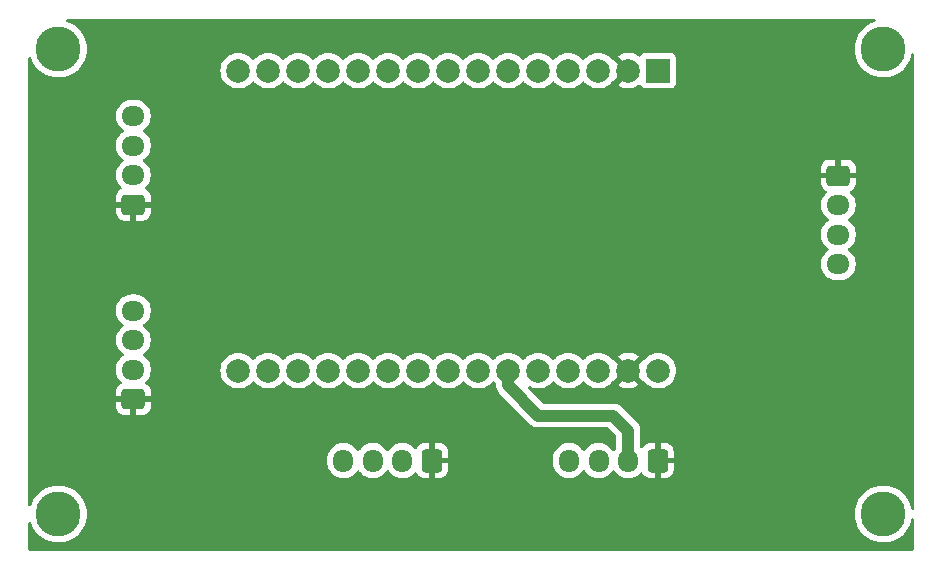
<source format=gtl>
%TF.GenerationSoftware,KiCad,Pcbnew,8.0.6*%
%TF.CreationDate,2025-01-09T18:28:26-05:00*%
%TF.ProjectId,ESP32_ENCODERS,45535033-325f-4454-9e43-4f444552532e,rev?*%
%TF.SameCoordinates,Original*%
%TF.FileFunction,Copper,L1,Top*%
%TF.FilePolarity,Positive*%
%FSLAX46Y46*%
G04 Gerber Fmt 4.6, Leading zero omitted, Abs format (unit mm)*
G04 Created by KiCad (PCBNEW 8.0.6) date 2025-01-09 18:28:26*
%MOMM*%
%LPD*%
G01*
G04 APERTURE LIST*
G04 Aperture macros list*
%AMRoundRect*
0 Rectangle with rounded corners*
0 $1 Rounding radius*
0 $2 $3 $4 $5 $6 $7 $8 $9 X,Y pos of 4 corners*
0 Add a 4 corners polygon primitive as box body*
4,1,4,$2,$3,$4,$5,$6,$7,$8,$9,$2,$3,0*
0 Add four circle primitives for the rounded corners*
1,1,$1+$1,$2,$3*
1,1,$1+$1,$4,$5*
1,1,$1+$1,$6,$7*
1,1,$1+$1,$8,$9*
0 Add four rect primitives between the rounded corners*
20,1,$1+$1,$2,$3,$4,$5,0*
20,1,$1+$1,$4,$5,$6,$7,0*
20,1,$1+$1,$6,$7,$8,$9,0*
20,1,$1+$1,$8,$9,$2,$3,0*%
G04 Aperture macros list end*
%TA.AperFunction,ComponentPad*%
%ADD10C,3.800000*%
%TD*%
%TA.AperFunction,ComponentPad*%
%ADD11O,1.700000X1.950000*%
%TD*%
%TA.AperFunction,ComponentPad*%
%ADD12RoundRect,0.250000X0.600000X0.725000X-0.600000X0.725000X-0.600000X-0.725000X0.600000X-0.725000X0*%
%TD*%
%TA.AperFunction,ComponentPad*%
%ADD13O,1.950000X1.700000*%
%TD*%
%TA.AperFunction,ComponentPad*%
%ADD14RoundRect,0.250000X0.725000X-0.600000X0.725000X0.600000X-0.725000X0.600000X-0.725000X-0.600000X0*%
%TD*%
%TA.AperFunction,ComponentPad*%
%ADD15RoundRect,0.250000X-0.725000X0.600000X-0.725000X-0.600000X0.725000X-0.600000X0.725000X0.600000X0*%
%TD*%
%TA.AperFunction,ComponentPad*%
%ADD16C,2.000000*%
%TD*%
%TA.AperFunction,ComponentPad*%
%ADD17R,2.000000X2.000000*%
%TD*%
%TA.AperFunction,Conductor*%
%ADD18C,1.000000*%
%TD*%
G04 APERTURE END LIST*
D10*
%TO.P,H4,1*%
%TO.N,N/C*%
X129540000Y-90890000D03*
%TD*%
D11*
%TO.P,ENCODER4,4,Pin_4*%
%TO.N,+5V*%
X102930000Y-86360000D03*
%TO.P,ENCODER4,3,Pin_3*%
%TO.N,/ENCODER_D1*%
X105430000Y-86360000D03*
%TO.P,ENCODER4,2,Pin_2*%
%TO.N,/ENCODER_D2*%
X107930000Y-86360000D03*
D12*
%TO.P,ENCODER4,1,Pin_1*%
%TO.N,GND*%
X110430000Y-86360000D03*
%TD*%
D11*
%TO.P,ENCODER3,4,Pin_4*%
%TO.N,+5V*%
X83820000Y-86360000D03*
%TO.P,ENCODER3,3,Pin_3*%
%TO.N,/ENCODER_C1*%
X86320000Y-86360000D03*
%TO.P,ENCODER3,2,Pin_2*%
%TO.N,/ENCODER_C2*%
X88820000Y-86360000D03*
D12*
%TO.P,ENCODER3,1,Pin_1*%
%TO.N,GND*%
X91320000Y-86360000D03*
%TD*%
D13*
%TO.P,ENCODER2,4,Pin_4*%
%TO.N,+5V*%
X66040000Y-57190000D03*
%TO.P,ENCODER2,3,Pin_3*%
%TO.N,/ENCODER_B2*%
X66040000Y-59690000D03*
%TO.P,ENCODER2,2,Pin_2*%
%TO.N,/ENCODER_B1*%
X66040000Y-62190000D03*
D14*
%TO.P,ENCODER2,1,Pin_1*%
%TO.N,GND*%
X66040000Y-64690000D03*
%TD*%
%TO.P,ENCODER1,1,Pin_1*%
%TO.N,GND*%
X66040000Y-81160000D03*
D13*
%TO.P,ENCODER1,2,Pin_2*%
%TO.N,/ENCODER_A1*%
X66040000Y-78660000D03*
%TO.P,ENCODER1,3,Pin_3*%
%TO.N,/ENCODER_A2*%
X66040000Y-76160000D03*
%TO.P,ENCODER1,4,Pin_4*%
%TO.N,+5V*%
X66040000Y-73660000D03*
%TD*%
D15*
%TO.P,SerialCOM1,1,Pin_1*%
%TO.N,GND*%
X125730000Y-62230000D03*
D13*
%TO.P,SerialCOM1,2,Pin_2*%
%TO.N,/RX_COM*%
X125730000Y-64730000D03*
%TO.P,SerialCOM1,3,Pin_3*%
%TO.N,/TX_COM*%
X125730000Y-67230000D03*
%TO.P,SerialCOM1,4,Pin_4*%
%TO.N,+5V*%
X125730000Y-69730000D03*
%TD*%
D16*
%TO.P,U1,30,IO23_MOSI*%
%TO.N,unconnected-(U1-IO23_MOSI-Pad30)*%
X74920000Y-53340000D03*
%TO.P,U1,29,IO22_I2C_SCL*%
%TO.N,unconnected-(U1-IO22_I2C_SCL-Pad29)*%
X77460000Y-53340000D03*
%TO.P,U1,28,TXD0/IO1*%
%TO.N,unconnected-(U1-TXD0{slash}IO1-Pad28)*%
X80000000Y-53340000D03*
%TO.P,U1,27,RXD0/IO3*%
%TO.N,unconnected-(U1-RXD0{slash}IO3-Pad27)*%
X82540000Y-53340000D03*
%TO.P,U1,26,IO21_I2C_SDA*%
%TO.N,unconnected-(U1-IO21_I2C_SDA-Pad26)*%
X85080000Y-53340000D03*
%TO.P,U1,25,IO19_MISO*%
%TO.N,unconnected-(U1-IO19_MISO-Pad25)*%
X87620000Y-53340000D03*
%TO.P,U1,24,IO18_SCK*%
%TO.N,unconnected-(U1-IO18_SCK-Pad24)*%
X90160000Y-53340000D03*
%TO.P,U1,23,IO5_CSO*%
%TO.N,unconnected-(U1-IO5_CSO-Pad23)*%
X92700000Y-53340000D03*
%TO.P,U1,22,IO17_TX2*%
%TO.N,/TX_COM*%
X95240000Y-53340000D03*
%TO.P,U1,21,IO16_RX2*%
%TO.N,/RX_COM*%
X97780000Y-53340000D03*
%TO.P,U1,20,IO4_AD10_TH0*%
%TO.N,unconnected-(U1-IO4_AD10_TH0-Pad20)*%
X100320000Y-53340000D03*
%TO.P,U1,19,IO2_AD12_TH2*%
%TO.N,unconnected-(U1-IO2_AD12_TH2-Pad19)*%
X102860000Y-53340000D03*
%TO.P,U1,18,IO15_AD13_TH3*%
%TO.N,unconnected-(U1-IO15_AD13_TH3-Pad18)*%
X105400000Y-53340000D03*
%TO.P,U1,17,GND*%
%TO.N,GND*%
X107940000Y-53340000D03*
D17*
%TO.P,U1,16,3V3*%
%TO.N,+3V3*%
X110480000Y-53340000D03*
D16*
%TO.P,U1,15,VIN*%
%TO.N,+5V*%
X110480000Y-78740000D03*
%TO.P,U1,14,GND*%
%TO.N,GND*%
X107940000Y-78740000D03*
%TO.P,U1,13,IO13_AD14_TH4*%
%TO.N,unconnected-(U1-IO13_AD14_TH4-Pad13)*%
X105400000Y-78740000D03*
%TO.P,U1,12,IO12_AD15_TH5*%
%TO.N,unconnected-(U1-IO12_AD15_TH5-Pad12)*%
X102860000Y-78740000D03*
%TO.P,U1,11,IO14_AD16_TH6*%
%TO.N,unconnected-(U1-IO14_AD16_TH6-Pad11)*%
X100320000Y-78740000D03*
%TO.P,U1,10,IO27_AD17_TH7*%
%TO.N,/ENCODER_D2*%
X97780000Y-78740000D03*
%TO.P,U1,9,IO26_AD19_DAC2*%
%TO.N,/ENCODER_D1*%
X95240000Y-78740000D03*
%TO.P,U1,8,IO25_AD18_DAC1*%
%TO.N,/ENCODER_C2*%
X92700000Y-78740000D03*
%TO.P,U1,7,IO33_AD5_TH8*%
%TO.N,/ENCODER_C1*%
X90160000Y-78740000D03*
%TO.P,U1,6,IO32_AD4_TH9*%
%TO.N,/ENCODER_B2*%
X87620000Y-78740000D03*
%TO.P,U1,5,I35_AD7*%
%TO.N,/ENCODER_B1*%
X85080000Y-78740000D03*
%TO.P,U1,4,I34_AD6*%
%TO.N,/ENCODER_A2*%
X82540000Y-78740000D03*
%TO.P,U1,3,I39_S_VN_AD3*%
%TO.N,/ENCODER_A1*%
X80000000Y-78740000D03*
%TO.P,U1,2,I36_S_VP_AD0*%
%TO.N,unconnected-(U1-I36_S_VP_AD0-Pad2)*%
X77460000Y-78740000D03*
%TO.P,U1,1,EN*%
%TO.N,unconnected-(U1-EN-Pad1)*%
X74920000Y-78740000D03*
%TD*%
D10*
%TO.P,H1,1*%
%TO.N,N/C*%
X59690000Y-51520000D03*
%TD*%
%TO.P,H2,1*%
%TO.N,N/C*%
X129540000Y-51520000D03*
%TD*%
%TO.P,H3,1*%
%TO.N,N/C*%
X59690000Y-90890000D03*
%TD*%
D18*
%TO.N,/ENCODER_D2*%
X107930000Y-83840000D02*
X107930000Y-86360000D01*
X107950000Y-83820000D02*
X107930000Y-83840000D01*
X106680000Y-82550000D02*
X107950000Y-83820000D01*
X100330000Y-82550000D02*
X106680000Y-82550000D01*
X97780000Y-78740000D02*
X97780000Y-80000000D01*
X97780000Y-80000000D02*
X100330000Y-82550000D01*
%TD*%
%TA.AperFunction,Conductor*%
%TO.N,GND*%
G36*
X128833371Y-48999685D02*
G01*
X128879126Y-49052489D01*
X128889070Y-49121647D01*
X128860045Y-49185203D01*
X128801267Y-49222977D01*
X128797179Y-49224101D01*
X128796534Y-49224267D01*
X128794255Y-49224852D01*
X128512491Y-49336410D01*
X128512490Y-49336411D01*
X128246910Y-49482416D01*
X128246898Y-49482423D01*
X128001737Y-49660543D01*
X128001727Y-49660551D01*
X127780810Y-49868006D01*
X127587626Y-50101524D01*
X127425247Y-50357393D01*
X127425244Y-50357397D01*
X127425242Y-50357402D01*
X127296206Y-50631619D01*
X127296204Y-50631624D01*
X127296203Y-50631625D01*
X127241931Y-50798659D01*
X127202555Y-50919846D01*
X127145767Y-51217538D01*
X127145766Y-51217544D01*
X127145765Y-51217548D01*
X127126738Y-51519994D01*
X127126738Y-51520005D01*
X127145765Y-51822451D01*
X127145766Y-51822455D01*
X127145766Y-51822459D01*
X127145767Y-51822462D01*
X127202555Y-52120154D01*
X127214501Y-52156920D01*
X127296203Y-52408374D01*
X127296204Y-52408375D01*
X127296206Y-52408381D01*
X127425242Y-52682598D01*
X127425246Y-52682605D01*
X127425247Y-52682606D01*
X127587626Y-52938475D01*
X127587629Y-52938479D01*
X127587630Y-52938480D01*
X127780808Y-53171992D01*
X127959718Y-53339999D01*
X128001727Y-53379448D01*
X128001737Y-53379456D01*
X128246898Y-53557576D01*
X128246903Y-53557578D01*
X128246910Y-53557584D01*
X128512483Y-53703585D01*
X128512488Y-53703587D01*
X128512490Y-53703588D01*
X128512491Y-53703589D01*
X128794257Y-53815148D01*
X128794260Y-53815149D01*
X128892107Y-53840271D01*
X129087800Y-53890516D01*
X129235028Y-53909115D01*
X129388460Y-53928499D01*
X129388466Y-53928499D01*
X129388470Y-53928500D01*
X129388472Y-53928500D01*
X129691528Y-53928500D01*
X129691530Y-53928500D01*
X129691535Y-53928499D01*
X129691539Y-53928499D01*
X129771357Y-53918415D01*
X129992200Y-53890516D01*
X130285739Y-53815149D01*
X130285742Y-53815148D01*
X130567508Y-53703589D01*
X130567509Y-53703588D01*
X130567507Y-53703588D01*
X130567517Y-53703585D01*
X130833090Y-53557584D01*
X131078271Y-53379450D01*
X131299192Y-53171992D01*
X131492370Y-52938480D01*
X131654758Y-52682598D01*
X131783794Y-52408381D01*
X131877445Y-52120154D01*
X131904197Y-51979914D01*
X131936094Y-51917754D01*
X131996537Y-51882704D01*
X132066333Y-51885896D01*
X132123325Y-51926316D01*
X132149416Y-51991131D01*
X132150000Y-52003153D01*
X132150000Y-90406846D01*
X132130315Y-90473885D01*
X132077511Y-90519640D01*
X132008353Y-90529584D01*
X131944797Y-90500559D01*
X131907023Y-90441781D01*
X131904198Y-90430092D01*
X131877445Y-90289846D01*
X131783794Y-90001619D01*
X131654758Y-89727402D01*
X131492370Y-89471520D01*
X131299192Y-89238008D01*
X131078271Y-89030550D01*
X131078268Y-89030548D01*
X131078262Y-89030543D01*
X130833101Y-88852423D01*
X130833094Y-88852418D01*
X130833090Y-88852416D01*
X130567517Y-88706415D01*
X130567514Y-88706413D01*
X130567509Y-88706411D01*
X130567508Y-88706410D01*
X130285742Y-88594851D01*
X130285739Y-88594850D01*
X129992197Y-88519483D01*
X129691539Y-88481500D01*
X129691530Y-88481500D01*
X129388470Y-88481500D01*
X129388460Y-88481500D01*
X129087802Y-88519483D01*
X128794260Y-88594850D01*
X128794257Y-88594851D01*
X128512491Y-88706410D01*
X128512490Y-88706411D01*
X128246910Y-88852416D01*
X128246898Y-88852423D01*
X128001737Y-89030543D01*
X128001727Y-89030551D01*
X127780810Y-89238006D01*
X127587626Y-89471524D01*
X127425247Y-89727393D01*
X127425244Y-89727397D01*
X127425242Y-89727402D01*
X127296206Y-90001619D01*
X127296204Y-90001624D01*
X127296203Y-90001625D01*
X127241931Y-90168659D01*
X127202555Y-90289846D01*
X127145767Y-90587538D01*
X127145766Y-90587544D01*
X127145765Y-90587548D01*
X127126738Y-90889994D01*
X127126738Y-90890005D01*
X127145765Y-91192451D01*
X127145766Y-91192455D01*
X127145766Y-91192459D01*
X127145767Y-91192462D01*
X127202555Y-91490154D01*
X127202557Y-91490159D01*
X127296203Y-91778374D01*
X127296204Y-91778375D01*
X127296206Y-91778381D01*
X127425242Y-92052598D01*
X127425246Y-92052605D01*
X127425247Y-92052606D01*
X127587626Y-92308475D01*
X127587629Y-92308479D01*
X127587630Y-92308480D01*
X127780808Y-92541992D01*
X128001727Y-92749448D01*
X128001737Y-92749456D01*
X128246898Y-92927576D01*
X128246903Y-92927578D01*
X128246910Y-92927584D01*
X128512483Y-93073585D01*
X128512488Y-93073587D01*
X128512490Y-93073588D01*
X128512491Y-93073589D01*
X128794257Y-93185148D01*
X128794260Y-93185149D01*
X128892107Y-93210271D01*
X129087800Y-93260516D01*
X129235028Y-93279115D01*
X129388460Y-93298499D01*
X129388466Y-93298499D01*
X129388470Y-93298500D01*
X129388472Y-93298500D01*
X129691528Y-93298500D01*
X129691530Y-93298500D01*
X129691535Y-93298499D01*
X129691539Y-93298499D01*
X129771357Y-93288415D01*
X129992200Y-93260516D01*
X130285739Y-93185149D01*
X130285742Y-93185148D01*
X130567508Y-93073589D01*
X130567509Y-93073588D01*
X130567507Y-93073588D01*
X130567517Y-93073585D01*
X130833090Y-92927584D01*
X131078271Y-92749450D01*
X131299192Y-92541992D01*
X131492370Y-92308480D01*
X131654758Y-92052598D01*
X131783794Y-91778381D01*
X131877445Y-91490154D01*
X131904197Y-91349914D01*
X131936094Y-91287754D01*
X131996537Y-91252704D01*
X132066333Y-91255896D01*
X132123325Y-91296316D01*
X132149416Y-91361131D01*
X132150000Y-91373153D01*
X132150000Y-93856000D01*
X132130315Y-93923039D01*
X132077511Y-93968794D01*
X132026000Y-93980000D01*
X57274000Y-93980000D01*
X57206961Y-93960315D01*
X57161206Y-93907511D01*
X57150000Y-93856000D01*
X57150000Y-91649658D01*
X57169685Y-91582619D01*
X57222489Y-91536864D01*
X57291647Y-91526920D01*
X57355203Y-91555945D01*
X57391931Y-91611340D01*
X57446203Y-91778374D01*
X57446204Y-91778375D01*
X57446206Y-91778381D01*
X57575242Y-92052598D01*
X57575246Y-92052605D01*
X57575247Y-92052606D01*
X57737626Y-92308475D01*
X57737629Y-92308479D01*
X57737630Y-92308480D01*
X57930808Y-92541992D01*
X58151727Y-92749448D01*
X58151737Y-92749456D01*
X58396898Y-92927576D01*
X58396903Y-92927578D01*
X58396910Y-92927584D01*
X58662483Y-93073585D01*
X58662488Y-93073587D01*
X58662490Y-93073588D01*
X58662491Y-93073589D01*
X58944257Y-93185148D01*
X58944260Y-93185149D01*
X59042107Y-93210271D01*
X59237800Y-93260516D01*
X59385028Y-93279115D01*
X59538460Y-93298499D01*
X59538466Y-93298499D01*
X59538470Y-93298500D01*
X59538472Y-93298500D01*
X59841528Y-93298500D01*
X59841530Y-93298500D01*
X59841535Y-93298499D01*
X59841539Y-93298499D01*
X59921357Y-93288415D01*
X60142200Y-93260516D01*
X60435739Y-93185149D01*
X60435742Y-93185148D01*
X60717508Y-93073589D01*
X60717509Y-93073588D01*
X60717507Y-93073588D01*
X60717517Y-93073585D01*
X60983090Y-92927584D01*
X61228271Y-92749450D01*
X61449192Y-92541992D01*
X61642370Y-92308480D01*
X61804758Y-92052598D01*
X61933794Y-91778381D01*
X62027445Y-91490154D01*
X62084233Y-91192462D01*
X62103262Y-90890000D01*
X62084233Y-90587538D01*
X62027445Y-90289846D01*
X61933794Y-90001619D01*
X61804758Y-89727402D01*
X61642370Y-89471520D01*
X61449192Y-89238008D01*
X61228271Y-89030550D01*
X61228268Y-89030548D01*
X61228262Y-89030543D01*
X60983101Y-88852423D01*
X60983094Y-88852418D01*
X60983090Y-88852416D01*
X60717517Y-88706415D01*
X60717514Y-88706413D01*
X60717509Y-88706411D01*
X60717508Y-88706410D01*
X60435742Y-88594851D01*
X60435739Y-88594850D01*
X60142197Y-88519483D01*
X59841539Y-88481500D01*
X59841530Y-88481500D01*
X59538470Y-88481500D01*
X59538460Y-88481500D01*
X59237802Y-88519483D01*
X58944260Y-88594850D01*
X58944257Y-88594851D01*
X58662491Y-88706410D01*
X58662490Y-88706411D01*
X58396910Y-88852416D01*
X58396898Y-88852423D01*
X58151737Y-89030543D01*
X58151727Y-89030551D01*
X57930810Y-89238006D01*
X57737626Y-89471524D01*
X57575247Y-89727393D01*
X57575244Y-89727397D01*
X57575242Y-89727402D01*
X57446206Y-90001619D01*
X57446204Y-90001624D01*
X57446203Y-90001625D01*
X57391931Y-90168659D01*
X57352493Y-90226335D01*
X57288135Y-90253533D01*
X57219288Y-90241618D01*
X57167813Y-90194374D01*
X57150000Y-90130341D01*
X57150000Y-86128084D01*
X82461500Y-86128084D01*
X82461500Y-86591915D01*
X82494951Y-86803117D01*
X82561026Y-87006480D01*
X82561027Y-87006483D01*
X82641885Y-87165173D01*
X82658106Y-87197009D01*
X82783794Y-87370004D01*
X82934996Y-87521206D01*
X83107991Y-87646894D01*
X83201438Y-87694507D01*
X83298516Y-87743972D01*
X83298519Y-87743973D01*
X83376642Y-87769356D01*
X83501884Y-87810049D01*
X83713084Y-87843500D01*
X83713085Y-87843500D01*
X83926915Y-87843500D01*
X83926916Y-87843500D01*
X84138116Y-87810049D01*
X84341483Y-87743972D01*
X84532009Y-87646894D01*
X84705004Y-87521206D01*
X84856206Y-87370004D01*
X84933076Y-87264200D01*
X84969682Y-87213818D01*
X85025012Y-87171152D01*
X85094625Y-87165173D01*
X85156420Y-87197779D01*
X85170318Y-87213818D01*
X85268856Y-87349444D01*
X85283794Y-87370004D01*
X85434996Y-87521206D01*
X85607991Y-87646894D01*
X85701438Y-87694507D01*
X85798516Y-87743972D01*
X85798519Y-87743973D01*
X85876642Y-87769356D01*
X86001884Y-87810049D01*
X86213084Y-87843500D01*
X86213085Y-87843500D01*
X86426915Y-87843500D01*
X86426916Y-87843500D01*
X86638116Y-87810049D01*
X86841483Y-87743972D01*
X87032009Y-87646894D01*
X87205004Y-87521206D01*
X87356206Y-87370004D01*
X87433076Y-87264200D01*
X87469682Y-87213818D01*
X87525012Y-87171152D01*
X87594625Y-87165173D01*
X87656420Y-87197779D01*
X87670318Y-87213818D01*
X87768856Y-87349444D01*
X87783794Y-87370004D01*
X87934996Y-87521206D01*
X88107991Y-87646894D01*
X88201438Y-87694507D01*
X88298516Y-87743972D01*
X88298519Y-87743973D01*
X88376642Y-87769356D01*
X88501884Y-87810049D01*
X88713084Y-87843500D01*
X88713085Y-87843500D01*
X88926915Y-87843500D01*
X88926916Y-87843500D01*
X89138116Y-87810049D01*
X89341483Y-87743972D01*
X89532009Y-87646894D01*
X89705004Y-87521206D01*
X89843283Y-87382926D01*
X89904602Y-87349444D01*
X89974294Y-87354428D01*
X90030228Y-87396299D01*
X90036499Y-87405513D01*
X90127680Y-87553340D01*
X90127683Y-87553344D01*
X90251654Y-87677315D01*
X90400875Y-87769356D01*
X90400880Y-87769358D01*
X90567302Y-87824505D01*
X90567309Y-87824506D01*
X90670019Y-87834999D01*
X91069999Y-87834999D01*
X91070000Y-87834998D01*
X91070000Y-86764145D01*
X91136657Y-86802630D01*
X91257465Y-86835000D01*
X91382535Y-86835000D01*
X91503343Y-86802630D01*
X91570000Y-86764145D01*
X91570000Y-87834999D01*
X91969972Y-87834999D01*
X91969986Y-87834998D01*
X92072697Y-87824505D01*
X92239119Y-87769358D01*
X92239124Y-87769356D01*
X92388345Y-87677315D01*
X92512315Y-87553345D01*
X92604356Y-87404124D01*
X92604358Y-87404119D01*
X92659505Y-87237697D01*
X92659506Y-87237690D01*
X92669999Y-87134986D01*
X92670000Y-87134973D01*
X92670000Y-86610000D01*
X91724146Y-86610000D01*
X91762630Y-86543343D01*
X91795000Y-86422535D01*
X91795000Y-86297465D01*
X91762630Y-86176657D01*
X91724146Y-86110000D01*
X92669999Y-86110000D01*
X92669999Y-85585028D01*
X92669998Y-85585013D01*
X92659505Y-85482302D01*
X92604358Y-85315880D01*
X92604356Y-85315875D01*
X92512315Y-85166654D01*
X92388345Y-85042684D01*
X92239124Y-84950643D01*
X92239119Y-84950641D01*
X92072697Y-84895494D01*
X92072690Y-84895493D01*
X91969986Y-84885000D01*
X91570000Y-84885000D01*
X91570000Y-85955854D01*
X91503343Y-85917370D01*
X91382535Y-85885000D01*
X91257465Y-85885000D01*
X91136657Y-85917370D01*
X91070000Y-85955854D01*
X91070000Y-84885000D01*
X90670028Y-84885000D01*
X90670012Y-84885001D01*
X90567302Y-84895494D01*
X90400880Y-84950641D01*
X90400875Y-84950643D01*
X90251654Y-85042684D01*
X90127683Y-85166655D01*
X90127680Y-85166659D01*
X90036499Y-85314486D01*
X89984551Y-85361211D01*
X89915589Y-85372432D01*
X89851507Y-85344589D01*
X89843280Y-85337070D01*
X89705006Y-85198796D01*
X89705004Y-85198794D01*
X89532009Y-85073106D01*
X89472303Y-85042684D01*
X89341483Y-84976027D01*
X89341480Y-84976026D01*
X89138117Y-84909951D01*
X89032516Y-84893225D01*
X88926916Y-84876500D01*
X88713084Y-84876500D01*
X88659411Y-84885001D01*
X88501882Y-84909951D01*
X88298519Y-84976026D01*
X88298516Y-84976027D01*
X88107990Y-85073106D01*
X87934993Y-85198796D01*
X87783796Y-85349993D01*
X87783796Y-85349994D01*
X87783794Y-85349996D01*
X87720365Y-85437297D01*
X87670318Y-85506182D01*
X87614988Y-85548847D01*
X87545374Y-85554826D01*
X87483579Y-85522220D01*
X87469682Y-85506182D01*
X87444930Y-85472115D01*
X87356206Y-85349996D01*
X87205004Y-85198794D01*
X87032009Y-85073106D01*
X86972303Y-85042684D01*
X86841483Y-84976027D01*
X86841480Y-84976026D01*
X86638117Y-84909951D01*
X86532516Y-84893225D01*
X86426916Y-84876500D01*
X86213084Y-84876500D01*
X86159411Y-84885001D01*
X86001882Y-84909951D01*
X85798519Y-84976026D01*
X85798516Y-84976027D01*
X85607990Y-85073106D01*
X85434993Y-85198796D01*
X85283796Y-85349993D01*
X85283796Y-85349994D01*
X85283794Y-85349996D01*
X85220365Y-85437297D01*
X85170318Y-85506182D01*
X85114988Y-85548847D01*
X85045374Y-85554826D01*
X84983579Y-85522220D01*
X84969682Y-85506182D01*
X84944930Y-85472115D01*
X84856206Y-85349996D01*
X84705004Y-85198794D01*
X84532009Y-85073106D01*
X84472303Y-85042684D01*
X84341483Y-84976027D01*
X84341480Y-84976026D01*
X84138117Y-84909951D01*
X84032516Y-84893225D01*
X83926916Y-84876500D01*
X83713084Y-84876500D01*
X83659411Y-84885001D01*
X83501882Y-84909951D01*
X83298519Y-84976026D01*
X83298516Y-84976027D01*
X83107990Y-85073106D01*
X82934993Y-85198796D01*
X82783796Y-85349993D01*
X82658106Y-85522990D01*
X82561027Y-85713516D01*
X82561026Y-85713519D01*
X82494951Y-85916882D01*
X82461500Y-86128084D01*
X57150000Y-86128084D01*
X57150000Y-73553084D01*
X64556500Y-73553084D01*
X64556500Y-73766915D01*
X64589951Y-73978117D01*
X64656026Y-74181480D01*
X64656027Y-74181483D01*
X64753106Y-74372009D01*
X64878794Y-74545004D01*
X65029996Y-74696206D01*
X65132344Y-74770566D01*
X65186182Y-74809682D01*
X65228847Y-74865012D01*
X65234826Y-74934626D01*
X65202220Y-74996421D01*
X65186182Y-75010318D01*
X65117297Y-75060365D01*
X65029996Y-75123794D01*
X65029994Y-75123796D01*
X65029993Y-75123796D01*
X64878796Y-75274993D01*
X64753106Y-75447990D01*
X64656027Y-75638516D01*
X64656026Y-75638519D01*
X64589951Y-75841882D01*
X64556500Y-76053084D01*
X64556500Y-76266915D01*
X64589951Y-76478117D01*
X64656026Y-76681480D01*
X64656027Y-76681483D01*
X64753106Y-76872009D01*
X64878794Y-77045004D01*
X65029996Y-77196206D01*
X65132344Y-77270566D01*
X65186182Y-77309682D01*
X65228847Y-77365012D01*
X65234826Y-77434626D01*
X65202220Y-77496421D01*
X65186182Y-77510318D01*
X65177825Y-77516390D01*
X65029996Y-77623794D01*
X65029994Y-77623796D01*
X65029993Y-77623796D01*
X64878796Y-77774993D01*
X64753106Y-77947990D01*
X64656027Y-78138516D01*
X64656026Y-78138519D01*
X64589951Y-78341882D01*
X64556500Y-78553084D01*
X64556500Y-78766915D01*
X64589951Y-78978117D01*
X64656026Y-79181480D01*
X64656027Y-79181483D01*
X64690939Y-79250000D01*
X64753106Y-79372009D01*
X64878794Y-79545004D01*
X64878796Y-79545006D01*
X65017070Y-79683280D01*
X65050555Y-79744603D01*
X65045571Y-79814295D01*
X65003699Y-79870228D01*
X64994486Y-79876499D01*
X64846659Y-79967680D01*
X64846655Y-79967683D01*
X64722684Y-80091654D01*
X64630643Y-80240875D01*
X64630641Y-80240880D01*
X64575494Y-80407302D01*
X64575493Y-80407309D01*
X64565000Y-80510013D01*
X64565000Y-80910000D01*
X65635854Y-80910000D01*
X65597370Y-80976657D01*
X65565000Y-81097465D01*
X65565000Y-81222535D01*
X65597370Y-81343343D01*
X65635854Y-81410000D01*
X64565001Y-81410000D01*
X64565001Y-81809986D01*
X64575494Y-81912697D01*
X64630641Y-82079119D01*
X64630643Y-82079124D01*
X64722684Y-82228345D01*
X64846654Y-82352315D01*
X64995875Y-82444356D01*
X64995880Y-82444358D01*
X65162302Y-82499505D01*
X65162309Y-82499506D01*
X65265019Y-82509999D01*
X65789999Y-82509999D01*
X65790000Y-82509998D01*
X65790000Y-81564145D01*
X65856657Y-81602630D01*
X65977465Y-81635000D01*
X66102535Y-81635000D01*
X66223343Y-81602630D01*
X66290000Y-81564145D01*
X66290000Y-82509999D01*
X66814972Y-82509999D01*
X66814986Y-82509998D01*
X66917697Y-82499505D01*
X67084119Y-82444358D01*
X67084124Y-82444356D01*
X67233345Y-82352315D01*
X67357315Y-82228345D01*
X67449356Y-82079124D01*
X67449358Y-82079119D01*
X67504505Y-81912697D01*
X67504506Y-81912690D01*
X67514999Y-81809986D01*
X67515000Y-81809973D01*
X67515000Y-81410000D01*
X66444146Y-81410000D01*
X66482630Y-81343343D01*
X66515000Y-81222535D01*
X66515000Y-81097465D01*
X66482630Y-80976657D01*
X66444146Y-80910000D01*
X67514999Y-80910000D01*
X67514999Y-80510028D01*
X67514998Y-80510013D01*
X67504505Y-80407302D01*
X67449358Y-80240880D01*
X67449356Y-80240875D01*
X67357315Y-80091654D01*
X67233344Y-79967683D01*
X67233340Y-79967680D01*
X67085513Y-79876499D01*
X67038788Y-79824551D01*
X67027567Y-79755589D01*
X67055410Y-79691507D01*
X67062907Y-79683302D01*
X67201206Y-79545004D01*
X67326894Y-79372009D01*
X67423972Y-79181483D01*
X67490049Y-78978116D01*
X67523500Y-78766916D01*
X67523500Y-78740000D01*
X73406835Y-78740000D01*
X73425465Y-78976714D01*
X73480895Y-79207595D01*
X73480895Y-79207597D01*
X73571757Y-79426959D01*
X73571759Y-79426962D01*
X73695820Y-79629410D01*
X73695821Y-79629413D01*
X73711669Y-79647968D01*
X73850031Y-79809969D01*
X73977657Y-79918972D01*
X74030586Y-79964178D01*
X74030588Y-79964178D01*
X74089133Y-80000055D01*
X74233037Y-80088240D01*
X74233040Y-80088242D01*
X74452403Y-80179104D01*
X74452404Y-80179104D01*
X74452406Y-80179105D01*
X74683289Y-80234535D01*
X74920000Y-80253165D01*
X75156711Y-80234535D01*
X75387594Y-80179105D01*
X75387596Y-80179104D01*
X75387597Y-80179104D01*
X75606959Y-80088242D01*
X75606960Y-80088241D01*
X75606963Y-80088240D01*
X75809416Y-79964176D01*
X75989969Y-79809969D01*
X76095711Y-79686160D01*
X76154216Y-79647968D01*
X76224084Y-79647469D01*
X76283131Y-79684823D01*
X76284200Y-79686057D01*
X76390030Y-79809968D01*
X76390031Y-79809969D01*
X76570586Y-79964178D01*
X76570588Y-79964178D01*
X76629133Y-80000055D01*
X76773037Y-80088240D01*
X76773040Y-80088242D01*
X76992403Y-80179104D01*
X76992404Y-80179104D01*
X76992406Y-80179105D01*
X77223289Y-80234535D01*
X77460000Y-80253165D01*
X77696711Y-80234535D01*
X77927594Y-80179105D01*
X77927596Y-80179104D01*
X77927597Y-80179104D01*
X78146959Y-80088242D01*
X78146960Y-80088241D01*
X78146963Y-80088240D01*
X78349416Y-79964176D01*
X78529969Y-79809969D01*
X78635711Y-79686160D01*
X78694216Y-79647968D01*
X78764084Y-79647469D01*
X78823131Y-79684823D01*
X78824200Y-79686057D01*
X78930030Y-79809968D01*
X78930031Y-79809969D01*
X79110586Y-79964178D01*
X79110588Y-79964178D01*
X79169133Y-80000055D01*
X79313037Y-80088240D01*
X79313040Y-80088242D01*
X79532403Y-80179104D01*
X79532404Y-80179104D01*
X79532406Y-80179105D01*
X79763289Y-80234535D01*
X80000000Y-80253165D01*
X80236711Y-80234535D01*
X80467594Y-80179105D01*
X80467596Y-80179104D01*
X80467597Y-80179104D01*
X80686959Y-80088242D01*
X80686960Y-80088241D01*
X80686963Y-80088240D01*
X80889416Y-79964176D01*
X81069969Y-79809969D01*
X81175711Y-79686160D01*
X81234216Y-79647968D01*
X81304084Y-79647469D01*
X81363131Y-79684823D01*
X81364200Y-79686057D01*
X81470030Y-79809968D01*
X81470031Y-79809969D01*
X81650586Y-79964178D01*
X81650588Y-79964178D01*
X81709133Y-80000055D01*
X81853037Y-80088240D01*
X81853040Y-80088242D01*
X82072403Y-80179104D01*
X82072404Y-80179104D01*
X82072406Y-80179105D01*
X82303289Y-80234535D01*
X82540000Y-80253165D01*
X82776711Y-80234535D01*
X83007594Y-80179105D01*
X83007596Y-80179104D01*
X83007597Y-80179104D01*
X83226959Y-80088242D01*
X83226960Y-80088241D01*
X83226963Y-80088240D01*
X83429416Y-79964176D01*
X83609969Y-79809969D01*
X83715711Y-79686160D01*
X83774216Y-79647968D01*
X83844084Y-79647469D01*
X83903131Y-79684823D01*
X83904200Y-79686057D01*
X84010030Y-79809968D01*
X84010031Y-79809969D01*
X84190586Y-79964178D01*
X84190588Y-79964178D01*
X84249133Y-80000055D01*
X84393037Y-80088240D01*
X84393040Y-80088242D01*
X84612403Y-80179104D01*
X84612404Y-80179104D01*
X84612406Y-80179105D01*
X84843289Y-80234535D01*
X85080000Y-80253165D01*
X85316711Y-80234535D01*
X85547594Y-80179105D01*
X85547596Y-80179104D01*
X85547597Y-80179104D01*
X85766959Y-80088242D01*
X85766960Y-80088241D01*
X85766963Y-80088240D01*
X85969416Y-79964176D01*
X86149969Y-79809969D01*
X86255711Y-79686160D01*
X86314216Y-79647968D01*
X86384084Y-79647469D01*
X86443131Y-79684823D01*
X86444200Y-79686057D01*
X86550030Y-79809968D01*
X86550031Y-79809969D01*
X86730586Y-79964178D01*
X86730588Y-79964178D01*
X86789133Y-80000055D01*
X86933037Y-80088240D01*
X86933040Y-80088242D01*
X87152403Y-80179104D01*
X87152404Y-80179104D01*
X87152406Y-80179105D01*
X87383289Y-80234535D01*
X87620000Y-80253165D01*
X87856711Y-80234535D01*
X88087594Y-80179105D01*
X88087596Y-80179104D01*
X88087597Y-80179104D01*
X88306959Y-80088242D01*
X88306960Y-80088241D01*
X88306963Y-80088240D01*
X88509416Y-79964176D01*
X88689969Y-79809969D01*
X88795711Y-79686160D01*
X88854216Y-79647968D01*
X88924084Y-79647469D01*
X88983131Y-79684823D01*
X88984200Y-79686057D01*
X89090030Y-79809968D01*
X89090031Y-79809969D01*
X89270586Y-79964178D01*
X89270588Y-79964178D01*
X89329133Y-80000055D01*
X89473037Y-80088240D01*
X89473040Y-80088242D01*
X89692403Y-80179104D01*
X89692404Y-80179104D01*
X89692406Y-80179105D01*
X89923289Y-80234535D01*
X90160000Y-80253165D01*
X90396711Y-80234535D01*
X90627594Y-80179105D01*
X90627596Y-80179104D01*
X90627597Y-80179104D01*
X90846959Y-80088242D01*
X90846960Y-80088241D01*
X90846963Y-80088240D01*
X91049416Y-79964176D01*
X91229969Y-79809969D01*
X91335711Y-79686160D01*
X91394216Y-79647968D01*
X91464084Y-79647469D01*
X91523131Y-79684823D01*
X91524200Y-79686057D01*
X91630030Y-79809968D01*
X91630031Y-79809969D01*
X91810586Y-79964178D01*
X91810588Y-79964178D01*
X91869133Y-80000055D01*
X92013037Y-80088240D01*
X92013040Y-80088242D01*
X92232403Y-80179104D01*
X92232404Y-80179104D01*
X92232406Y-80179105D01*
X92463289Y-80234535D01*
X92700000Y-80253165D01*
X92936711Y-80234535D01*
X93167594Y-80179105D01*
X93167596Y-80179104D01*
X93167597Y-80179104D01*
X93386959Y-80088242D01*
X93386960Y-80088241D01*
X93386963Y-80088240D01*
X93589416Y-79964176D01*
X93769969Y-79809969D01*
X93875711Y-79686160D01*
X93934216Y-79647968D01*
X94004084Y-79647469D01*
X94063131Y-79684823D01*
X94064200Y-79686057D01*
X94170030Y-79809968D01*
X94170031Y-79809969D01*
X94350586Y-79964178D01*
X94350588Y-79964178D01*
X94409133Y-80000055D01*
X94553037Y-80088240D01*
X94553040Y-80088242D01*
X94772403Y-80179104D01*
X94772404Y-80179104D01*
X94772406Y-80179105D01*
X95003289Y-80234535D01*
X95240000Y-80253165D01*
X95476711Y-80234535D01*
X95707594Y-80179105D01*
X95707596Y-80179104D01*
X95707597Y-80179104D01*
X95926959Y-80088242D01*
X95926960Y-80088241D01*
X95926963Y-80088240D01*
X96129416Y-79964176D01*
X96309969Y-79809969D01*
X96415711Y-79686160D01*
X96474216Y-79647968D01*
X96544084Y-79647469D01*
X96603131Y-79684823D01*
X96604200Y-79686057D01*
X96710031Y-79809969D01*
X96710035Y-79809972D01*
X96710040Y-79809978D01*
X96728029Y-79825341D01*
X96766224Y-79883847D01*
X96771500Y-79919633D01*
X96771500Y-80099333D01*
X96810254Y-80294160D01*
X96810256Y-80294168D01*
X96886277Y-80477701D01*
X96886282Y-80477710D01*
X96996646Y-80642880D01*
X96996649Y-80642884D01*
X99687115Y-83333351D01*
X99687123Y-83333357D01*
X99852286Y-83443715D01*
X99852289Y-83443716D01*
X99852297Y-83443722D01*
X99959809Y-83488254D01*
X100035831Y-83519744D01*
X100230666Y-83558499D01*
X100230670Y-83558500D01*
X100230671Y-83558500D01*
X100230672Y-83558500D01*
X100429329Y-83558500D01*
X106210904Y-83558500D01*
X106277943Y-83578185D01*
X106298585Y-83594819D01*
X106885181Y-84181415D01*
X106918666Y-84242738D01*
X106921500Y-84269096D01*
X106921500Y-85271810D01*
X106901815Y-85338849D01*
X106896531Y-85345962D01*
X106896658Y-85346055D01*
X106893796Y-85349993D01*
X106893794Y-85349996D01*
X106824646Y-85445169D01*
X106780318Y-85506182D01*
X106724988Y-85548847D01*
X106655374Y-85554826D01*
X106593579Y-85522220D01*
X106579682Y-85506182D01*
X106554930Y-85472115D01*
X106466206Y-85349996D01*
X106315004Y-85198794D01*
X106142009Y-85073106D01*
X106082303Y-85042684D01*
X105951483Y-84976027D01*
X105951480Y-84976026D01*
X105748117Y-84909951D01*
X105642516Y-84893225D01*
X105536916Y-84876500D01*
X105323084Y-84876500D01*
X105269411Y-84885001D01*
X105111882Y-84909951D01*
X104908519Y-84976026D01*
X104908516Y-84976027D01*
X104717990Y-85073106D01*
X104544993Y-85198796D01*
X104393796Y-85349993D01*
X104393796Y-85349994D01*
X104393794Y-85349996D01*
X104330365Y-85437297D01*
X104280318Y-85506182D01*
X104224988Y-85548847D01*
X104155374Y-85554826D01*
X104093579Y-85522220D01*
X104079682Y-85506182D01*
X104054930Y-85472115D01*
X103966206Y-85349996D01*
X103815004Y-85198794D01*
X103642009Y-85073106D01*
X103582303Y-85042684D01*
X103451483Y-84976027D01*
X103451480Y-84976026D01*
X103248117Y-84909951D01*
X103142516Y-84893225D01*
X103036916Y-84876500D01*
X102823084Y-84876500D01*
X102769411Y-84885001D01*
X102611882Y-84909951D01*
X102408519Y-84976026D01*
X102408516Y-84976027D01*
X102217990Y-85073106D01*
X102044993Y-85198796D01*
X101893796Y-85349993D01*
X101768106Y-85522990D01*
X101671027Y-85713516D01*
X101671026Y-85713519D01*
X101604951Y-85916882D01*
X101571500Y-86128084D01*
X101571500Y-86591915D01*
X101604951Y-86803117D01*
X101671026Y-87006480D01*
X101671027Y-87006483D01*
X101751885Y-87165173D01*
X101768106Y-87197009D01*
X101893794Y-87370004D01*
X102044996Y-87521206D01*
X102217991Y-87646894D01*
X102311438Y-87694507D01*
X102408516Y-87743972D01*
X102408519Y-87743973D01*
X102486642Y-87769356D01*
X102611884Y-87810049D01*
X102823084Y-87843500D01*
X102823085Y-87843500D01*
X103036915Y-87843500D01*
X103036916Y-87843500D01*
X103248116Y-87810049D01*
X103451483Y-87743972D01*
X103642009Y-87646894D01*
X103815004Y-87521206D01*
X103966206Y-87370004D01*
X104043076Y-87264200D01*
X104079682Y-87213818D01*
X104135012Y-87171152D01*
X104204625Y-87165173D01*
X104266420Y-87197779D01*
X104280318Y-87213818D01*
X104378856Y-87349444D01*
X104393794Y-87370004D01*
X104544996Y-87521206D01*
X104717991Y-87646894D01*
X104811438Y-87694507D01*
X104908516Y-87743972D01*
X104908519Y-87743973D01*
X104986642Y-87769356D01*
X105111884Y-87810049D01*
X105323084Y-87843500D01*
X105323085Y-87843500D01*
X105536915Y-87843500D01*
X105536916Y-87843500D01*
X105748116Y-87810049D01*
X105951483Y-87743972D01*
X106142009Y-87646894D01*
X106315004Y-87521206D01*
X106466206Y-87370004D01*
X106543076Y-87264200D01*
X106579682Y-87213818D01*
X106635012Y-87171152D01*
X106704625Y-87165173D01*
X106766420Y-87197779D01*
X106780318Y-87213818D01*
X106878856Y-87349444D01*
X106893794Y-87370004D01*
X107044996Y-87521206D01*
X107217991Y-87646894D01*
X107311438Y-87694507D01*
X107408516Y-87743972D01*
X107408519Y-87743973D01*
X107486642Y-87769356D01*
X107611884Y-87810049D01*
X107823084Y-87843500D01*
X107823085Y-87843500D01*
X108036915Y-87843500D01*
X108036916Y-87843500D01*
X108248116Y-87810049D01*
X108451483Y-87743972D01*
X108642009Y-87646894D01*
X108815004Y-87521206D01*
X108953283Y-87382926D01*
X109014602Y-87349444D01*
X109084294Y-87354428D01*
X109140228Y-87396299D01*
X109146499Y-87405513D01*
X109237680Y-87553340D01*
X109237683Y-87553344D01*
X109361654Y-87677315D01*
X109510875Y-87769356D01*
X109510880Y-87769358D01*
X109677302Y-87824505D01*
X109677309Y-87824506D01*
X109780019Y-87834999D01*
X110179999Y-87834999D01*
X110180000Y-87834998D01*
X110180000Y-86764145D01*
X110246657Y-86802630D01*
X110367465Y-86835000D01*
X110492535Y-86835000D01*
X110613343Y-86802630D01*
X110680000Y-86764145D01*
X110680000Y-87834999D01*
X111079972Y-87834999D01*
X111079986Y-87834998D01*
X111182697Y-87824505D01*
X111349119Y-87769358D01*
X111349124Y-87769356D01*
X111498345Y-87677315D01*
X111622315Y-87553345D01*
X111714356Y-87404124D01*
X111714358Y-87404119D01*
X111769505Y-87237697D01*
X111769506Y-87237690D01*
X111779999Y-87134986D01*
X111780000Y-87134973D01*
X111780000Y-86610000D01*
X110834146Y-86610000D01*
X110872630Y-86543343D01*
X110905000Y-86422535D01*
X110905000Y-86297465D01*
X110872630Y-86176657D01*
X110834146Y-86110000D01*
X111779999Y-86110000D01*
X111779999Y-85585028D01*
X111779998Y-85585013D01*
X111769505Y-85482302D01*
X111714358Y-85315880D01*
X111714356Y-85315875D01*
X111622315Y-85166654D01*
X111498345Y-85042684D01*
X111349124Y-84950643D01*
X111349119Y-84950641D01*
X111182697Y-84895494D01*
X111182690Y-84895493D01*
X111079986Y-84885000D01*
X110680000Y-84885000D01*
X110680000Y-85955854D01*
X110613343Y-85917370D01*
X110492535Y-85885000D01*
X110367465Y-85885000D01*
X110246657Y-85917370D01*
X110180000Y-85955854D01*
X110180000Y-84885000D01*
X109780028Y-84885000D01*
X109780012Y-84885001D01*
X109677302Y-84895494D01*
X109510880Y-84950641D01*
X109510875Y-84950643D01*
X109361654Y-85042684D01*
X109237683Y-85166655D01*
X109237680Y-85166659D01*
X109168038Y-85279567D01*
X109116091Y-85326292D01*
X109047128Y-85337513D01*
X108983046Y-85309670D01*
X108944190Y-85251601D01*
X108938500Y-85214470D01*
X108938500Y-84032087D01*
X108940883Y-84007895D01*
X108958500Y-83919329D01*
X108958500Y-83720671D01*
X108958500Y-83720668D01*
X108958499Y-83720666D01*
X108919745Y-83525837D01*
X108919744Y-83525836D01*
X108919744Y-83525832D01*
X108917223Y-83519744D01*
X108843721Y-83342296D01*
X108843720Y-83342295D01*
X108843717Y-83342289D01*
X108733353Y-83177119D01*
X108733350Y-83177115D01*
X107322884Y-81766649D01*
X107322880Y-81766646D01*
X107157710Y-81656282D01*
X107157701Y-81656277D01*
X106974169Y-81580256D01*
X106974161Y-81580254D01*
X106779333Y-81541500D01*
X106779329Y-81541500D01*
X100799097Y-81541500D01*
X100732058Y-81521815D01*
X100711416Y-81505181D01*
X100116235Y-80910000D01*
X99495876Y-80289642D01*
X99462392Y-80228320D01*
X99467376Y-80158628D01*
X99509248Y-80102695D01*
X99574712Y-80078278D01*
X99631010Y-80087401D01*
X99852403Y-80179104D01*
X99852404Y-80179104D01*
X99852406Y-80179105D01*
X100083289Y-80234535D01*
X100320000Y-80253165D01*
X100556711Y-80234535D01*
X100787594Y-80179105D01*
X100787596Y-80179104D01*
X100787597Y-80179104D01*
X101006959Y-80088242D01*
X101006960Y-80088241D01*
X101006963Y-80088240D01*
X101209416Y-79964176D01*
X101389969Y-79809969D01*
X101495711Y-79686160D01*
X101554216Y-79647968D01*
X101624084Y-79647469D01*
X101683131Y-79684823D01*
X101684200Y-79686057D01*
X101790030Y-79809968D01*
X101790031Y-79809969D01*
X101970586Y-79964178D01*
X101970588Y-79964178D01*
X102029133Y-80000055D01*
X102173037Y-80088240D01*
X102173040Y-80088242D01*
X102392403Y-80179104D01*
X102392404Y-80179104D01*
X102392406Y-80179105D01*
X102623289Y-80234535D01*
X102860000Y-80253165D01*
X103096711Y-80234535D01*
X103327594Y-80179105D01*
X103327596Y-80179104D01*
X103327597Y-80179104D01*
X103546959Y-80088242D01*
X103546960Y-80088241D01*
X103546963Y-80088240D01*
X103749416Y-79964176D01*
X103929969Y-79809969D01*
X104035711Y-79686160D01*
X104094216Y-79647968D01*
X104164084Y-79647469D01*
X104223131Y-79684823D01*
X104224200Y-79686057D01*
X104330030Y-79809968D01*
X104330031Y-79809969D01*
X104510586Y-79964178D01*
X104510588Y-79964178D01*
X104569133Y-80000055D01*
X104713037Y-80088240D01*
X104713040Y-80088242D01*
X104932403Y-80179104D01*
X104932404Y-80179104D01*
X104932406Y-80179105D01*
X105163289Y-80234535D01*
X105400000Y-80253165D01*
X105636711Y-80234535D01*
X105867594Y-80179105D01*
X105867596Y-80179104D01*
X105867597Y-80179104D01*
X106086959Y-80088242D01*
X106086960Y-80088241D01*
X106086963Y-80088240D01*
X106289416Y-79964176D01*
X106469969Y-79809969D01*
X106604721Y-79652195D01*
X106663228Y-79614002D01*
X106711802Y-79609388D01*
X106716565Y-79609881D01*
X107448871Y-78877575D01*
X107464755Y-78936853D01*
X107531898Y-79053147D01*
X107626853Y-79148102D01*
X107743147Y-79215245D01*
X107802424Y-79231128D01*
X107069942Y-79963609D01*
X107116768Y-80000055D01*
X107116770Y-80000056D01*
X107335385Y-80118364D01*
X107335396Y-80118369D01*
X107570506Y-80199083D01*
X107815707Y-80240000D01*
X108064293Y-80240000D01*
X108309493Y-80199083D01*
X108544603Y-80118369D01*
X108544614Y-80118364D01*
X108763228Y-80000057D01*
X108763231Y-80000055D01*
X108810056Y-79963609D01*
X108077575Y-79231128D01*
X108136853Y-79215245D01*
X108253147Y-79148102D01*
X108348102Y-79053147D01*
X108415245Y-78936853D01*
X108431127Y-78877575D01*
X109163433Y-79609881D01*
X109168196Y-79609388D01*
X109236909Y-79622051D01*
X109275276Y-79652192D01*
X109410031Y-79809969D01*
X109537657Y-79918972D01*
X109590586Y-79964178D01*
X109590588Y-79964178D01*
X109649133Y-80000055D01*
X109793037Y-80088240D01*
X109793040Y-80088242D01*
X110012403Y-80179104D01*
X110012404Y-80179104D01*
X110012406Y-80179105D01*
X110243289Y-80234535D01*
X110480000Y-80253165D01*
X110716711Y-80234535D01*
X110947594Y-80179105D01*
X110947596Y-80179104D01*
X110947597Y-80179104D01*
X111166959Y-80088242D01*
X111166960Y-80088241D01*
X111166963Y-80088240D01*
X111369416Y-79964176D01*
X111549969Y-79809969D01*
X111704176Y-79629416D01*
X111828240Y-79426963D01*
X111919105Y-79207594D01*
X111974535Y-78976711D01*
X111993165Y-78740000D01*
X111974535Y-78503289D01*
X111919105Y-78272406D01*
X111919104Y-78272403D01*
X111919104Y-78272402D01*
X111828242Y-78053040D01*
X111828240Y-78053037D01*
X111704179Y-77850589D01*
X111704178Y-77850586D01*
X111655710Y-77793838D01*
X111549969Y-77670031D01*
X111370078Y-77516389D01*
X111369413Y-77515821D01*
X111369410Y-77515820D01*
X111166962Y-77391759D01*
X111166959Y-77391757D01*
X110947596Y-77300895D01*
X110716714Y-77245465D01*
X110480000Y-77226835D01*
X110243285Y-77245465D01*
X110012404Y-77300895D01*
X110012402Y-77300895D01*
X109793040Y-77391757D01*
X109793037Y-77391759D01*
X109590589Y-77515820D01*
X109590586Y-77515821D01*
X109410031Y-77670031D01*
X109275280Y-77827804D01*
X109216773Y-77865997D01*
X109168199Y-77870611D01*
X109163434Y-77870116D01*
X108431127Y-78602423D01*
X108415245Y-78543147D01*
X108348102Y-78426853D01*
X108253147Y-78331898D01*
X108136853Y-78264755D01*
X108077575Y-78248872D01*
X108810057Y-77516390D01*
X108810056Y-77516389D01*
X108763229Y-77479943D01*
X108544614Y-77361635D01*
X108544603Y-77361630D01*
X108309493Y-77280916D01*
X108064293Y-77240000D01*
X107815707Y-77240000D01*
X107570506Y-77280916D01*
X107335396Y-77361630D01*
X107335390Y-77361632D01*
X107116761Y-77479949D01*
X107069942Y-77516388D01*
X107069942Y-77516390D01*
X107802424Y-78248871D01*
X107743147Y-78264755D01*
X107626853Y-78331898D01*
X107531898Y-78426853D01*
X107464755Y-78543147D01*
X107448872Y-78602424D01*
X106716564Y-77870116D01*
X106711800Y-77870611D01*
X106643087Y-77857946D01*
X106604719Y-77827803D01*
X106469971Y-77670033D01*
X106289413Y-77515821D01*
X106289410Y-77515820D01*
X106086962Y-77391759D01*
X106086959Y-77391757D01*
X105867596Y-77300895D01*
X105636714Y-77245465D01*
X105400000Y-77226835D01*
X105163285Y-77245465D01*
X104932404Y-77300895D01*
X104932402Y-77300895D01*
X104713040Y-77391757D01*
X104713037Y-77391759D01*
X104510589Y-77515820D01*
X104510586Y-77515821D01*
X104384165Y-77623796D01*
X104330031Y-77670031D01*
X104240383Y-77774996D01*
X104224290Y-77793838D01*
X104165783Y-77832031D01*
X104095915Y-77832529D01*
X104036869Y-77795176D01*
X104035710Y-77793838D01*
X103929969Y-77670031D01*
X103750078Y-77516389D01*
X103749413Y-77515821D01*
X103749410Y-77515820D01*
X103546962Y-77391759D01*
X103546959Y-77391757D01*
X103327596Y-77300895D01*
X103096714Y-77245465D01*
X102860000Y-77226835D01*
X102623285Y-77245465D01*
X102392404Y-77300895D01*
X102392402Y-77300895D01*
X102173040Y-77391757D01*
X102173037Y-77391759D01*
X101970589Y-77515820D01*
X101970586Y-77515821D01*
X101844165Y-77623796D01*
X101790031Y-77670031D01*
X101700383Y-77774996D01*
X101684290Y-77793838D01*
X101625783Y-77832031D01*
X101555915Y-77832529D01*
X101496869Y-77795176D01*
X101495710Y-77793838D01*
X101389969Y-77670031D01*
X101210078Y-77516389D01*
X101209413Y-77515821D01*
X101209410Y-77515820D01*
X101006962Y-77391759D01*
X101006959Y-77391757D01*
X100787596Y-77300895D01*
X100556714Y-77245465D01*
X100320000Y-77226835D01*
X100083285Y-77245465D01*
X99852404Y-77300895D01*
X99852402Y-77300895D01*
X99633040Y-77391757D01*
X99633037Y-77391759D01*
X99430589Y-77515820D01*
X99430586Y-77515821D01*
X99304165Y-77623796D01*
X99250031Y-77670031D01*
X99160383Y-77774996D01*
X99144290Y-77793838D01*
X99085783Y-77832031D01*
X99015915Y-77832529D01*
X98956869Y-77795176D01*
X98955710Y-77793838D01*
X98849969Y-77670031D01*
X98670078Y-77516389D01*
X98669413Y-77515821D01*
X98669410Y-77515820D01*
X98466962Y-77391759D01*
X98466959Y-77391757D01*
X98247596Y-77300895D01*
X98016714Y-77245465D01*
X97780000Y-77226835D01*
X97543285Y-77245465D01*
X97312404Y-77300895D01*
X97312402Y-77300895D01*
X97093040Y-77391757D01*
X97093037Y-77391759D01*
X96890589Y-77515820D01*
X96890586Y-77515821D01*
X96764165Y-77623796D01*
X96710031Y-77670031D01*
X96620383Y-77774996D01*
X96604290Y-77793838D01*
X96545783Y-77832031D01*
X96475915Y-77832529D01*
X96416869Y-77795176D01*
X96415710Y-77793838D01*
X96309969Y-77670031D01*
X96130078Y-77516389D01*
X96129413Y-77515821D01*
X96129410Y-77515820D01*
X95926962Y-77391759D01*
X95926959Y-77391757D01*
X95707596Y-77300895D01*
X95476714Y-77245465D01*
X95240000Y-77226835D01*
X95003285Y-77245465D01*
X94772404Y-77300895D01*
X94772402Y-77300895D01*
X94553040Y-77391757D01*
X94553037Y-77391759D01*
X94350589Y-77515820D01*
X94350586Y-77515821D01*
X94224165Y-77623796D01*
X94170031Y-77670031D01*
X94080383Y-77774996D01*
X94064290Y-77793838D01*
X94005783Y-77832031D01*
X93935915Y-77832529D01*
X93876869Y-77795176D01*
X93875710Y-77793838D01*
X93769969Y-77670031D01*
X93590078Y-77516389D01*
X93589413Y-77515821D01*
X93589410Y-77515820D01*
X93386962Y-77391759D01*
X93386959Y-77391757D01*
X93167596Y-77300895D01*
X92936714Y-77245465D01*
X92700000Y-77226835D01*
X92463285Y-77245465D01*
X92232404Y-77300895D01*
X92232402Y-77300895D01*
X92013040Y-77391757D01*
X92013037Y-77391759D01*
X91810589Y-77515820D01*
X91810586Y-77515821D01*
X91684165Y-77623796D01*
X91630031Y-77670031D01*
X91540383Y-77774996D01*
X91524290Y-77793838D01*
X91465783Y-77832031D01*
X91395915Y-77832529D01*
X91336869Y-77795176D01*
X91335710Y-77793838D01*
X91229969Y-77670031D01*
X91050078Y-77516389D01*
X91049413Y-77515821D01*
X91049410Y-77515820D01*
X90846962Y-77391759D01*
X90846959Y-77391757D01*
X90627596Y-77300895D01*
X90396714Y-77245465D01*
X90160000Y-77226835D01*
X89923285Y-77245465D01*
X89692404Y-77300895D01*
X89692402Y-77300895D01*
X89473040Y-77391757D01*
X89473037Y-77391759D01*
X89270589Y-77515820D01*
X89270586Y-77515821D01*
X89144165Y-77623796D01*
X89090031Y-77670031D01*
X89000383Y-77774996D01*
X88984290Y-77793838D01*
X88925783Y-77832031D01*
X88855915Y-77832529D01*
X88796869Y-77795176D01*
X88795710Y-77793838D01*
X88689969Y-77670031D01*
X88510078Y-77516389D01*
X88509413Y-77515821D01*
X88509410Y-77515820D01*
X88306962Y-77391759D01*
X88306959Y-77391757D01*
X88087596Y-77300895D01*
X87856714Y-77245465D01*
X87620000Y-77226835D01*
X87383285Y-77245465D01*
X87152404Y-77300895D01*
X87152402Y-77300895D01*
X86933040Y-77391757D01*
X86933037Y-77391759D01*
X86730589Y-77515820D01*
X86730586Y-77515821D01*
X86604165Y-77623796D01*
X86550031Y-77670031D01*
X86460383Y-77774996D01*
X86444290Y-77793838D01*
X86385783Y-77832031D01*
X86315915Y-77832529D01*
X86256869Y-77795176D01*
X86255710Y-77793838D01*
X86149969Y-77670031D01*
X85970078Y-77516389D01*
X85969413Y-77515821D01*
X85969410Y-77515820D01*
X85766962Y-77391759D01*
X85766959Y-77391757D01*
X85547596Y-77300895D01*
X85316714Y-77245465D01*
X85080000Y-77226835D01*
X84843285Y-77245465D01*
X84612404Y-77300895D01*
X84612402Y-77300895D01*
X84393040Y-77391757D01*
X84393037Y-77391759D01*
X84190589Y-77515820D01*
X84190586Y-77515821D01*
X84064165Y-77623796D01*
X84010031Y-77670031D01*
X83920383Y-77774996D01*
X83904290Y-77793838D01*
X83845783Y-77832031D01*
X83775915Y-77832529D01*
X83716869Y-77795176D01*
X83715710Y-77793838D01*
X83609969Y-77670031D01*
X83430078Y-77516389D01*
X83429413Y-77515821D01*
X83429410Y-77515820D01*
X83226962Y-77391759D01*
X83226959Y-77391757D01*
X83007596Y-77300895D01*
X82776714Y-77245465D01*
X82540000Y-77226835D01*
X82303285Y-77245465D01*
X82072404Y-77300895D01*
X82072402Y-77300895D01*
X81853040Y-77391757D01*
X81853037Y-77391759D01*
X81650589Y-77515820D01*
X81650586Y-77515821D01*
X81524165Y-77623796D01*
X81470031Y-77670031D01*
X81380383Y-77774996D01*
X81364290Y-77793838D01*
X81305783Y-77832031D01*
X81235915Y-77832529D01*
X81176869Y-77795176D01*
X81175710Y-77793838D01*
X81069969Y-77670031D01*
X80890078Y-77516389D01*
X80889413Y-77515821D01*
X80889410Y-77515820D01*
X80686962Y-77391759D01*
X80686959Y-77391757D01*
X80467596Y-77300895D01*
X80236714Y-77245465D01*
X80000000Y-77226835D01*
X79763285Y-77245465D01*
X79532404Y-77300895D01*
X79532402Y-77300895D01*
X79313040Y-77391757D01*
X79313037Y-77391759D01*
X79110589Y-77515820D01*
X79110586Y-77515821D01*
X78984165Y-77623796D01*
X78930031Y-77670031D01*
X78840383Y-77774996D01*
X78824290Y-77793838D01*
X78765783Y-77832031D01*
X78695915Y-77832529D01*
X78636869Y-77795176D01*
X78635710Y-77793838D01*
X78529969Y-77670031D01*
X78350078Y-77516389D01*
X78349413Y-77515821D01*
X78349410Y-77515820D01*
X78146962Y-77391759D01*
X78146959Y-77391757D01*
X77927596Y-77300895D01*
X77696714Y-77245465D01*
X77460000Y-77226835D01*
X77223285Y-77245465D01*
X76992404Y-77300895D01*
X76992402Y-77300895D01*
X76773040Y-77391757D01*
X76773037Y-77391759D01*
X76570589Y-77515820D01*
X76570586Y-77515821D01*
X76444165Y-77623796D01*
X76390031Y-77670031D01*
X76300383Y-77774996D01*
X76284290Y-77793838D01*
X76225783Y-77832031D01*
X76155915Y-77832529D01*
X76096869Y-77795176D01*
X76095710Y-77793838D01*
X75989969Y-77670031D01*
X75810078Y-77516389D01*
X75809413Y-77515821D01*
X75809410Y-77515820D01*
X75606962Y-77391759D01*
X75606959Y-77391757D01*
X75387596Y-77300895D01*
X75156714Y-77245465D01*
X74920000Y-77226835D01*
X74683285Y-77245465D01*
X74452404Y-77300895D01*
X74452402Y-77300895D01*
X74233040Y-77391757D01*
X74233037Y-77391759D01*
X74030589Y-77515820D01*
X74030586Y-77515821D01*
X73850031Y-77670031D01*
X73695821Y-77850586D01*
X73695820Y-77850589D01*
X73571759Y-78053037D01*
X73571757Y-78053040D01*
X73480895Y-78272402D01*
X73480895Y-78272404D01*
X73425465Y-78503285D01*
X73406835Y-78740000D01*
X67523500Y-78740000D01*
X67523500Y-78553084D01*
X67490049Y-78341884D01*
X67423972Y-78138517D01*
X67423972Y-78138516D01*
X67326893Y-77947990D01*
X67270674Y-77870611D01*
X67201206Y-77774996D01*
X67050004Y-77623794D01*
X66902175Y-77516390D01*
X66893818Y-77510318D01*
X66851152Y-77454988D01*
X66845173Y-77385375D01*
X66877779Y-77323580D01*
X66893818Y-77309682D01*
X66944200Y-77273076D01*
X67050004Y-77196206D01*
X67201206Y-77045004D01*
X67326894Y-76872009D01*
X67423972Y-76681483D01*
X67490049Y-76478116D01*
X67523500Y-76266916D01*
X67523500Y-76053084D01*
X67490049Y-75841884D01*
X67423972Y-75638517D01*
X67423972Y-75638516D01*
X67326893Y-75447990D01*
X67201206Y-75274996D01*
X67050004Y-75123794D01*
X67050000Y-75123791D01*
X66893818Y-75010318D01*
X66851152Y-74954988D01*
X66845173Y-74885375D01*
X66877779Y-74823580D01*
X66893818Y-74809682D01*
X66944200Y-74773076D01*
X67050004Y-74696206D01*
X67201206Y-74545004D01*
X67326894Y-74372009D01*
X67423972Y-74181483D01*
X67490049Y-73978116D01*
X67523500Y-73766916D01*
X67523500Y-73553084D01*
X67490049Y-73341884D01*
X67423972Y-73138517D01*
X67423972Y-73138516D01*
X67326893Y-72947990D01*
X67201206Y-72774996D01*
X67050004Y-72623794D01*
X66877009Y-72498106D01*
X66686483Y-72401027D01*
X66686480Y-72401026D01*
X66483117Y-72334951D01*
X66377516Y-72318225D01*
X66271916Y-72301500D01*
X65808084Y-72301500D01*
X65737684Y-72312650D01*
X65596882Y-72334951D01*
X65393519Y-72401026D01*
X65393516Y-72401027D01*
X65202990Y-72498106D01*
X65029993Y-72623796D01*
X64878796Y-72774993D01*
X64753106Y-72947990D01*
X64656027Y-73138516D01*
X64656026Y-73138519D01*
X64589951Y-73341882D01*
X64556500Y-73553084D01*
X57150000Y-73553084D01*
X57150000Y-57083084D01*
X64556500Y-57083084D01*
X64556500Y-57296915D01*
X64589951Y-57508117D01*
X64656026Y-57711480D01*
X64656027Y-57711483D01*
X64753106Y-57902009D01*
X64878794Y-58075004D01*
X65029996Y-58226206D01*
X65132344Y-58300566D01*
X65186182Y-58339682D01*
X65228847Y-58395012D01*
X65234826Y-58464626D01*
X65202220Y-58526421D01*
X65186182Y-58540318D01*
X65117297Y-58590365D01*
X65029996Y-58653794D01*
X65029994Y-58653796D01*
X65029993Y-58653796D01*
X64878796Y-58804993D01*
X64753106Y-58977990D01*
X64656027Y-59168516D01*
X64656026Y-59168519D01*
X64589951Y-59371882D01*
X64556500Y-59583084D01*
X64556500Y-59796915D01*
X64589951Y-60008117D01*
X64656026Y-60211480D01*
X64656027Y-60211483D01*
X64753106Y-60402009D01*
X64878794Y-60575004D01*
X65029996Y-60726206D01*
X65132344Y-60800566D01*
X65186182Y-60839682D01*
X65228847Y-60895012D01*
X65234826Y-60964626D01*
X65202220Y-61026421D01*
X65186182Y-61040318D01*
X65117297Y-61090365D01*
X65029996Y-61153794D01*
X65029994Y-61153796D01*
X65029993Y-61153796D01*
X64878796Y-61304993D01*
X64753106Y-61477990D01*
X64656027Y-61668516D01*
X64656026Y-61668519D01*
X64589951Y-61871882D01*
X64556500Y-62083084D01*
X64556500Y-62296915D01*
X64589951Y-62508117D01*
X64656026Y-62711480D01*
X64656027Y-62711483D01*
X64741878Y-62879973D01*
X64753106Y-62902009D01*
X64878794Y-63075004D01*
X64878796Y-63075006D01*
X65017070Y-63213280D01*
X65050555Y-63274603D01*
X65045571Y-63344295D01*
X65003699Y-63400228D01*
X64994486Y-63406499D01*
X64846659Y-63497680D01*
X64846655Y-63497683D01*
X64722684Y-63621654D01*
X64630643Y-63770875D01*
X64630641Y-63770880D01*
X64575494Y-63937302D01*
X64575493Y-63937309D01*
X64565000Y-64040013D01*
X64565000Y-64440000D01*
X65635854Y-64440000D01*
X65597370Y-64506657D01*
X65565000Y-64627465D01*
X65565000Y-64752535D01*
X65597370Y-64873343D01*
X65635854Y-64940000D01*
X64565001Y-64940000D01*
X64565001Y-65339986D01*
X64575494Y-65442697D01*
X64630641Y-65609119D01*
X64630643Y-65609124D01*
X64722684Y-65758345D01*
X64846654Y-65882315D01*
X64995875Y-65974356D01*
X64995880Y-65974358D01*
X65162302Y-66029505D01*
X65162309Y-66029506D01*
X65265019Y-66039999D01*
X65789999Y-66039999D01*
X65790000Y-66039998D01*
X65790000Y-65094145D01*
X65856657Y-65132630D01*
X65977465Y-65165000D01*
X66102535Y-65165000D01*
X66223343Y-65132630D01*
X66290000Y-65094145D01*
X66290000Y-66039999D01*
X66814972Y-66039999D01*
X66814986Y-66039998D01*
X66917697Y-66029505D01*
X67084119Y-65974358D01*
X67084124Y-65974356D01*
X67233345Y-65882315D01*
X67357315Y-65758345D01*
X67449356Y-65609124D01*
X67449358Y-65609119D01*
X67504505Y-65442697D01*
X67504506Y-65442690D01*
X67514999Y-65339986D01*
X67515000Y-65339973D01*
X67515000Y-64940000D01*
X66444146Y-64940000D01*
X66482630Y-64873343D01*
X66515000Y-64752535D01*
X66515000Y-64627465D01*
X66513826Y-64623084D01*
X124246500Y-64623084D01*
X124246500Y-64836915D01*
X124279951Y-65048117D01*
X124346026Y-65251480D01*
X124346027Y-65251483D01*
X124443106Y-65442009D01*
X124568794Y-65615004D01*
X124719996Y-65766206D01*
X124822344Y-65840566D01*
X124876182Y-65879682D01*
X124918847Y-65935012D01*
X124924826Y-66004626D01*
X124892220Y-66066421D01*
X124876182Y-66080318D01*
X124807297Y-66130365D01*
X124719996Y-66193794D01*
X124719994Y-66193796D01*
X124719993Y-66193796D01*
X124568796Y-66344993D01*
X124443106Y-66517990D01*
X124346027Y-66708516D01*
X124346026Y-66708519D01*
X124279951Y-66911882D01*
X124246500Y-67123084D01*
X124246500Y-67336915D01*
X124279951Y-67548117D01*
X124346026Y-67751480D01*
X124346027Y-67751483D01*
X124443106Y-67942009D01*
X124568794Y-68115004D01*
X124719996Y-68266206D01*
X124822344Y-68340566D01*
X124876182Y-68379682D01*
X124918847Y-68435012D01*
X124924826Y-68504626D01*
X124892220Y-68566421D01*
X124876182Y-68580318D01*
X124807297Y-68630365D01*
X124719996Y-68693794D01*
X124719994Y-68693796D01*
X124719993Y-68693796D01*
X124568796Y-68844993D01*
X124443106Y-69017990D01*
X124346027Y-69208516D01*
X124346026Y-69208519D01*
X124279951Y-69411882D01*
X124246500Y-69623084D01*
X124246500Y-69836915D01*
X124279951Y-70048117D01*
X124346026Y-70251480D01*
X124346027Y-70251483D01*
X124443106Y-70442009D01*
X124568794Y-70615004D01*
X124719996Y-70766206D01*
X124892991Y-70891894D01*
X124986438Y-70939507D01*
X125083516Y-70988972D01*
X125083519Y-70988973D01*
X125185200Y-71022010D01*
X125286884Y-71055049D01*
X125498084Y-71088500D01*
X125498085Y-71088500D01*
X125961915Y-71088500D01*
X125961916Y-71088500D01*
X126173116Y-71055049D01*
X126376483Y-70988972D01*
X126567009Y-70891894D01*
X126740004Y-70766206D01*
X126891206Y-70615004D01*
X127016894Y-70442009D01*
X127113972Y-70251483D01*
X127180049Y-70048116D01*
X127213500Y-69836916D01*
X127213500Y-69623084D01*
X127180049Y-69411884D01*
X127113972Y-69208517D01*
X127113972Y-69208516D01*
X127016893Y-69017990D01*
X126891206Y-68844996D01*
X126740004Y-68693794D01*
X126740000Y-68693791D01*
X126583818Y-68580318D01*
X126541152Y-68524988D01*
X126535173Y-68455375D01*
X126567779Y-68393580D01*
X126583818Y-68379682D01*
X126634200Y-68343076D01*
X126740004Y-68266206D01*
X126891206Y-68115004D01*
X127016894Y-67942009D01*
X127113972Y-67751483D01*
X127180049Y-67548116D01*
X127213500Y-67336916D01*
X127213500Y-67123084D01*
X127180049Y-66911884D01*
X127113972Y-66708517D01*
X127113972Y-66708516D01*
X127016893Y-66517990D01*
X126891206Y-66344996D01*
X126740004Y-66193794D01*
X126740000Y-66193791D01*
X126583818Y-66080318D01*
X126541152Y-66024988D01*
X126535173Y-65955375D01*
X126567779Y-65893580D01*
X126583818Y-65879682D01*
X126634200Y-65843076D01*
X126740004Y-65766206D01*
X126891206Y-65615004D01*
X127016894Y-65442009D01*
X127113972Y-65251483D01*
X127180049Y-65048116D01*
X127213500Y-64836916D01*
X127213500Y-64623084D01*
X127180049Y-64411884D01*
X127126596Y-64247370D01*
X127113973Y-64208519D01*
X127113972Y-64208516D01*
X127028122Y-64040028D01*
X127016894Y-64017991D01*
X126891206Y-63844996D01*
X126752929Y-63706719D01*
X126719444Y-63645396D01*
X126724428Y-63575704D01*
X126766300Y-63519771D01*
X126775513Y-63513499D01*
X126923345Y-63422315D01*
X127047315Y-63298345D01*
X127139356Y-63149124D01*
X127139358Y-63149119D01*
X127194505Y-62982697D01*
X127194506Y-62982690D01*
X127204999Y-62879986D01*
X127205000Y-62879973D01*
X127205000Y-62480000D01*
X126134146Y-62480000D01*
X126172630Y-62413343D01*
X126205000Y-62292535D01*
X126205000Y-62167465D01*
X126172630Y-62046657D01*
X126134146Y-61980000D01*
X127204999Y-61980000D01*
X127204999Y-61580028D01*
X127204998Y-61580013D01*
X127194505Y-61477302D01*
X127139358Y-61310880D01*
X127139356Y-61310875D01*
X127047315Y-61161654D01*
X126923345Y-61037684D01*
X126774124Y-60945643D01*
X126774119Y-60945641D01*
X126607697Y-60890494D01*
X126607690Y-60890493D01*
X126504986Y-60880000D01*
X125980000Y-60880000D01*
X125980000Y-61825854D01*
X125913343Y-61787370D01*
X125792535Y-61755000D01*
X125667465Y-61755000D01*
X125546657Y-61787370D01*
X125480000Y-61825854D01*
X125480000Y-60880000D01*
X124955028Y-60880000D01*
X124955012Y-60880001D01*
X124852302Y-60890494D01*
X124685880Y-60945641D01*
X124685875Y-60945643D01*
X124536654Y-61037684D01*
X124412684Y-61161654D01*
X124320643Y-61310875D01*
X124320641Y-61310880D01*
X124265494Y-61477302D01*
X124265493Y-61477309D01*
X124255000Y-61580013D01*
X124255000Y-61980000D01*
X125325854Y-61980000D01*
X125287370Y-62046657D01*
X125255000Y-62167465D01*
X125255000Y-62292535D01*
X125287370Y-62413343D01*
X125325854Y-62480000D01*
X124255001Y-62480000D01*
X124255001Y-62879986D01*
X124265494Y-62982697D01*
X124320641Y-63149119D01*
X124320643Y-63149124D01*
X124412684Y-63298345D01*
X124536654Y-63422315D01*
X124684486Y-63513499D01*
X124731210Y-63565447D01*
X124742433Y-63634410D01*
X124714589Y-63698492D01*
X124707071Y-63706719D01*
X124568793Y-63844997D01*
X124443106Y-64017990D01*
X124346027Y-64208516D01*
X124346026Y-64208519D01*
X124279951Y-64411882D01*
X124246500Y-64623084D01*
X66513826Y-64623084D01*
X66482630Y-64506657D01*
X66444146Y-64440000D01*
X67514999Y-64440000D01*
X67514999Y-64040028D01*
X67514998Y-64040013D01*
X67504505Y-63937302D01*
X67449358Y-63770880D01*
X67449356Y-63770875D01*
X67357315Y-63621654D01*
X67233344Y-63497683D01*
X67233340Y-63497680D01*
X67085513Y-63406499D01*
X67038788Y-63354551D01*
X67027567Y-63285589D01*
X67055410Y-63221507D01*
X67062907Y-63213302D01*
X67201206Y-63075004D01*
X67326894Y-62902009D01*
X67423972Y-62711483D01*
X67490049Y-62508116D01*
X67523500Y-62296916D01*
X67523500Y-62083084D01*
X67490049Y-61871884D01*
X67423972Y-61668517D01*
X67423972Y-61668516D01*
X67326893Y-61477990D01*
X67326393Y-61477302D01*
X67201206Y-61304996D01*
X67050004Y-61153794D01*
X67050000Y-61153791D01*
X66893818Y-61040318D01*
X66851152Y-60984988D01*
X66845173Y-60915375D01*
X66877779Y-60853580D01*
X66893818Y-60839682D01*
X66944200Y-60803076D01*
X67050004Y-60726206D01*
X67201206Y-60575004D01*
X67326894Y-60402009D01*
X67423972Y-60211483D01*
X67490049Y-60008116D01*
X67523500Y-59796916D01*
X67523500Y-59583084D01*
X67490049Y-59371884D01*
X67423972Y-59168517D01*
X67423972Y-59168516D01*
X67326893Y-58977990D01*
X67201206Y-58804996D01*
X67050004Y-58653794D01*
X67050000Y-58653791D01*
X66893818Y-58540318D01*
X66851152Y-58484988D01*
X66845173Y-58415375D01*
X66877779Y-58353580D01*
X66893818Y-58339682D01*
X66944200Y-58303076D01*
X67050004Y-58226206D01*
X67201206Y-58075004D01*
X67326894Y-57902009D01*
X67423972Y-57711483D01*
X67490049Y-57508116D01*
X67523500Y-57296916D01*
X67523500Y-57083084D01*
X67490049Y-56871884D01*
X67423972Y-56668517D01*
X67423972Y-56668516D01*
X67326893Y-56477990D01*
X67201206Y-56304996D01*
X67050004Y-56153794D01*
X66877009Y-56028106D01*
X66686483Y-55931027D01*
X66686480Y-55931026D01*
X66483117Y-55864951D01*
X66377516Y-55848225D01*
X66271916Y-55831500D01*
X65808084Y-55831500D01*
X65737684Y-55842650D01*
X65596882Y-55864951D01*
X65393519Y-55931026D01*
X65393516Y-55931027D01*
X65202990Y-56028106D01*
X65029993Y-56153796D01*
X64878796Y-56304993D01*
X64753106Y-56477990D01*
X64656027Y-56668516D01*
X64656026Y-56668519D01*
X64589951Y-56871882D01*
X64556500Y-57083084D01*
X57150000Y-57083084D01*
X57150000Y-52279658D01*
X57169685Y-52212619D01*
X57222489Y-52166864D01*
X57291647Y-52156920D01*
X57355203Y-52185945D01*
X57391931Y-52241340D01*
X57446203Y-52408374D01*
X57446204Y-52408375D01*
X57446206Y-52408381D01*
X57575242Y-52682598D01*
X57575246Y-52682605D01*
X57575247Y-52682606D01*
X57737626Y-52938475D01*
X57737629Y-52938479D01*
X57737630Y-52938480D01*
X57930808Y-53171992D01*
X58109718Y-53339999D01*
X58151727Y-53379448D01*
X58151737Y-53379456D01*
X58396898Y-53557576D01*
X58396903Y-53557578D01*
X58396910Y-53557584D01*
X58662483Y-53703585D01*
X58662488Y-53703587D01*
X58662490Y-53703588D01*
X58662491Y-53703589D01*
X58944257Y-53815148D01*
X58944260Y-53815149D01*
X59042107Y-53840271D01*
X59237800Y-53890516D01*
X59385028Y-53909115D01*
X59538460Y-53928499D01*
X59538466Y-53928499D01*
X59538470Y-53928500D01*
X59538472Y-53928500D01*
X59841528Y-53928500D01*
X59841530Y-53928500D01*
X59841535Y-53928499D01*
X59841539Y-53928499D01*
X59921357Y-53918415D01*
X60142200Y-53890516D01*
X60435739Y-53815149D01*
X60435742Y-53815148D01*
X60717508Y-53703589D01*
X60717509Y-53703588D01*
X60717507Y-53703588D01*
X60717517Y-53703585D01*
X60983090Y-53557584D01*
X61228271Y-53379450D01*
X61270281Y-53340000D01*
X73406835Y-53340000D01*
X73425465Y-53576714D01*
X73480895Y-53807595D01*
X73480895Y-53807597D01*
X73571757Y-54026959D01*
X73571759Y-54026962D01*
X73695820Y-54229410D01*
X73695821Y-54229413D01*
X73711669Y-54247968D01*
X73850031Y-54409969D01*
X73972586Y-54514641D01*
X74030586Y-54564178D01*
X74030588Y-54564178D01*
X74066527Y-54586202D01*
X74233037Y-54688240D01*
X74233040Y-54688242D01*
X74452403Y-54779104D01*
X74452404Y-54779104D01*
X74452406Y-54779105D01*
X74683289Y-54834535D01*
X74920000Y-54853165D01*
X75156711Y-54834535D01*
X75387594Y-54779105D01*
X75387596Y-54779104D01*
X75387597Y-54779104D01*
X75606959Y-54688242D01*
X75606960Y-54688241D01*
X75606963Y-54688240D01*
X75809416Y-54564176D01*
X75989969Y-54409969D01*
X76095711Y-54286160D01*
X76154216Y-54247968D01*
X76224084Y-54247469D01*
X76283131Y-54284823D01*
X76284200Y-54286057D01*
X76371812Y-54388637D01*
X76390031Y-54409969D01*
X76570586Y-54564178D01*
X76570588Y-54564178D01*
X76606527Y-54586202D01*
X76773037Y-54688240D01*
X76773040Y-54688242D01*
X76992403Y-54779104D01*
X76992404Y-54779104D01*
X76992406Y-54779105D01*
X77223289Y-54834535D01*
X77460000Y-54853165D01*
X77696711Y-54834535D01*
X77927594Y-54779105D01*
X77927596Y-54779104D01*
X77927597Y-54779104D01*
X78146959Y-54688242D01*
X78146960Y-54688241D01*
X78146963Y-54688240D01*
X78349416Y-54564176D01*
X78529969Y-54409969D01*
X78635711Y-54286160D01*
X78694216Y-54247968D01*
X78764084Y-54247469D01*
X78823131Y-54284823D01*
X78824200Y-54286057D01*
X78911812Y-54388637D01*
X78930031Y-54409969D01*
X79110586Y-54564178D01*
X79110588Y-54564178D01*
X79146527Y-54586202D01*
X79313037Y-54688240D01*
X79313040Y-54688242D01*
X79532403Y-54779104D01*
X79532404Y-54779104D01*
X79532406Y-54779105D01*
X79763289Y-54834535D01*
X80000000Y-54853165D01*
X80236711Y-54834535D01*
X80467594Y-54779105D01*
X80467596Y-54779104D01*
X80467597Y-54779104D01*
X80686959Y-54688242D01*
X80686960Y-54688241D01*
X80686963Y-54688240D01*
X80889416Y-54564176D01*
X81069969Y-54409969D01*
X81175711Y-54286160D01*
X81234216Y-54247968D01*
X81304084Y-54247469D01*
X81363131Y-54284823D01*
X81364200Y-54286057D01*
X81451812Y-54388637D01*
X81470031Y-54409969D01*
X81650586Y-54564178D01*
X81650588Y-54564178D01*
X81686527Y-54586202D01*
X81853037Y-54688240D01*
X81853040Y-54688242D01*
X82072403Y-54779104D01*
X82072404Y-54779104D01*
X82072406Y-54779105D01*
X82303289Y-54834535D01*
X82540000Y-54853165D01*
X82776711Y-54834535D01*
X83007594Y-54779105D01*
X83007596Y-54779104D01*
X83007597Y-54779104D01*
X83226959Y-54688242D01*
X83226960Y-54688241D01*
X83226963Y-54688240D01*
X83429416Y-54564176D01*
X83609969Y-54409969D01*
X83715711Y-54286160D01*
X83774216Y-54247968D01*
X83844084Y-54247469D01*
X83903131Y-54284823D01*
X83904200Y-54286057D01*
X83991812Y-54388637D01*
X84010031Y-54409969D01*
X84190586Y-54564178D01*
X84190588Y-54564178D01*
X84226527Y-54586202D01*
X84393037Y-54688240D01*
X84393040Y-54688242D01*
X84612403Y-54779104D01*
X84612404Y-54779104D01*
X84612406Y-54779105D01*
X84843289Y-54834535D01*
X85080000Y-54853165D01*
X85316711Y-54834535D01*
X85547594Y-54779105D01*
X85547596Y-54779104D01*
X85547597Y-54779104D01*
X85766959Y-54688242D01*
X85766960Y-54688241D01*
X85766963Y-54688240D01*
X85969416Y-54564176D01*
X86149969Y-54409969D01*
X86255711Y-54286160D01*
X86314216Y-54247968D01*
X86384084Y-54247469D01*
X86443131Y-54284823D01*
X86444200Y-54286057D01*
X86531812Y-54388637D01*
X86550031Y-54409969D01*
X86730586Y-54564178D01*
X86730588Y-54564178D01*
X86766527Y-54586202D01*
X86933037Y-54688240D01*
X86933040Y-54688242D01*
X87152403Y-54779104D01*
X87152404Y-54779104D01*
X87152406Y-54779105D01*
X87383289Y-54834535D01*
X87620000Y-54853165D01*
X87856711Y-54834535D01*
X88087594Y-54779105D01*
X88087596Y-54779104D01*
X88087597Y-54779104D01*
X88306959Y-54688242D01*
X88306960Y-54688241D01*
X88306963Y-54688240D01*
X88509416Y-54564176D01*
X88689969Y-54409969D01*
X88795711Y-54286160D01*
X88854216Y-54247968D01*
X88924084Y-54247469D01*
X88983131Y-54284823D01*
X88984200Y-54286057D01*
X89071812Y-54388637D01*
X89090031Y-54409969D01*
X89270586Y-54564178D01*
X89270588Y-54564178D01*
X89306527Y-54586202D01*
X89473037Y-54688240D01*
X89473040Y-54688242D01*
X89692403Y-54779104D01*
X89692404Y-54779104D01*
X89692406Y-54779105D01*
X89923289Y-54834535D01*
X90160000Y-54853165D01*
X90396711Y-54834535D01*
X90627594Y-54779105D01*
X90627596Y-54779104D01*
X90627597Y-54779104D01*
X90846959Y-54688242D01*
X90846960Y-54688241D01*
X90846963Y-54688240D01*
X91049416Y-54564176D01*
X91229969Y-54409969D01*
X91335711Y-54286160D01*
X91394216Y-54247968D01*
X91464084Y-54247469D01*
X91523131Y-54284823D01*
X91524200Y-54286057D01*
X91611812Y-54388637D01*
X91630031Y-54409969D01*
X91810586Y-54564178D01*
X91810588Y-54564178D01*
X91846527Y-54586202D01*
X92013037Y-54688240D01*
X92013040Y-54688242D01*
X92232403Y-54779104D01*
X92232404Y-54779104D01*
X92232406Y-54779105D01*
X92463289Y-54834535D01*
X92700000Y-54853165D01*
X92936711Y-54834535D01*
X93167594Y-54779105D01*
X93167596Y-54779104D01*
X93167597Y-54779104D01*
X93386959Y-54688242D01*
X93386960Y-54688241D01*
X93386963Y-54688240D01*
X93589416Y-54564176D01*
X93769969Y-54409969D01*
X93875711Y-54286160D01*
X93934216Y-54247968D01*
X94004084Y-54247469D01*
X94063131Y-54284823D01*
X94064200Y-54286057D01*
X94151812Y-54388637D01*
X94170031Y-54409969D01*
X94350586Y-54564178D01*
X94350588Y-54564178D01*
X94386527Y-54586202D01*
X94553037Y-54688240D01*
X94553040Y-54688242D01*
X94772403Y-54779104D01*
X94772404Y-54779104D01*
X94772406Y-54779105D01*
X95003289Y-54834535D01*
X95240000Y-54853165D01*
X95476711Y-54834535D01*
X95707594Y-54779105D01*
X95707596Y-54779104D01*
X95707597Y-54779104D01*
X95926959Y-54688242D01*
X95926960Y-54688241D01*
X95926963Y-54688240D01*
X96129416Y-54564176D01*
X96309969Y-54409969D01*
X96415711Y-54286160D01*
X96474216Y-54247968D01*
X96544084Y-54247469D01*
X96603131Y-54284823D01*
X96604200Y-54286057D01*
X96691812Y-54388637D01*
X96710031Y-54409969D01*
X96890586Y-54564178D01*
X96890588Y-54564178D01*
X96926527Y-54586202D01*
X97093037Y-54688240D01*
X97093040Y-54688242D01*
X97312403Y-54779104D01*
X97312404Y-54779104D01*
X97312406Y-54779105D01*
X97543289Y-54834535D01*
X97780000Y-54853165D01*
X98016711Y-54834535D01*
X98247594Y-54779105D01*
X98247596Y-54779104D01*
X98247597Y-54779104D01*
X98466959Y-54688242D01*
X98466960Y-54688241D01*
X98466963Y-54688240D01*
X98669416Y-54564176D01*
X98849969Y-54409969D01*
X98955711Y-54286160D01*
X99014216Y-54247968D01*
X99084084Y-54247469D01*
X99143131Y-54284823D01*
X99144200Y-54286057D01*
X99231812Y-54388637D01*
X99250031Y-54409969D01*
X99430586Y-54564178D01*
X99430588Y-54564178D01*
X99466527Y-54586202D01*
X99633037Y-54688240D01*
X99633040Y-54688242D01*
X99852403Y-54779104D01*
X99852404Y-54779104D01*
X99852406Y-54779105D01*
X100083289Y-54834535D01*
X100320000Y-54853165D01*
X100556711Y-54834535D01*
X100787594Y-54779105D01*
X100787596Y-54779104D01*
X100787597Y-54779104D01*
X101006959Y-54688242D01*
X101006960Y-54688241D01*
X101006963Y-54688240D01*
X101209416Y-54564176D01*
X101389969Y-54409969D01*
X101495711Y-54286160D01*
X101554216Y-54247968D01*
X101624084Y-54247469D01*
X101683131Y-54284823D01*
X101684200Y-54286057D01*
X101771812Y-54388637D01*
X101790031Y-54409969D01*
X101970586Y-54564178D01*
X101970588Y-54564178D01*
X102006527Y-54586202D01*
X102173037Y-54688240D01*
X102173040Y-54688242D01*
X102392403Y-54779104D01*
X102392404Y-54779104D01*
X102392406Y-54779105D01*
X102623289Y-54834535D01*
X102860000Y-54853165D01*
X103096711Y-54834535D01*
X103327594Y-54779105D01*
X103327596Y-54779104D01*
X103327597Y-54779104D01*
X103546959Y-54688242D01*
X103546960Y-54688241D01*
X103546963Y-54688240D01*
X103749416Y-54564176D01*
X103929969Y-54409969D01*
X104035711Y-54286160D01*
X104094216Y-54247968D01*
X104164084Y-54247469D01*
X104223131Y-54284823D01*
X104224200Y-54286057D01*
X104311812Y-54388637D01*
X104330031Y-54409969D01*
X104510586Y-54564178D01*
X104510588Y-54564178D01*
X104546527Y-54586202D01*
X104713037Y-54688240D01*
X104713040Y-54688242D01*
X104932403Y-54779104D01*
X104932404Y-54779104D01*
X104932406Y-54779105D01*
X105163289Y-54834535D01*
X105400000Y-54853165D01*
X105636711Y-54834535D01*
X105867594Y-54779105D01*
X105867596Y-54779104D01*
X105867597Y-54779104D01*
X106086959Y-54688242D01*
X106086960Y-54688241D01*
X106086963Y-54688240D01*
X106289416Y-54564176D01*
X106469969Y-54409969D01*
X106604721Y-54252195D01*
X106663228Y-54214002D01*
X106711802Y-54209388D01*
X106716565Y-54209881D01*
X107448871Y-53477575D01*
X107464755Y-53536853D01*
X107531898Y-53653147D01*
X107626853Y-53748102D01*
X107743147Y-53815245D01*
X107802423Y-53831127D01*
X107069942Y-54563609D01*
X107116768Y-54600055D01*
X107116770Y-54600056D01*
X107335385Y-54718364D01*
X107335396Y-54718369D01*
X107570506Y-54799083D01*
X107815707Y-54840000D01*
X108064293Y-54840000D01*
X108309493Y-54799083D01*
X108544603Y-54718369D01*
X108544614Y-54718364D01*
X108763228Y-54600057D01*
X108763231Y-54600055D01*
X108840024Y-54540284D01*
X108905017Y-54514641D01*
X108973558Y-54528207D01*
X109023883Y-54576675D01*
X109025020Y-54578712D01*
X109029109Y-54586202D01*
X109039481Y-54600057D01*
X109116739Y-54703261D01*
X109233796Y-54790889D01*
X109370799Y-54841989D01*
X109398050Y-54844918D01*
X109431345Y-54848499D01*
X109431362Y-54848500D01*
X111528638Y-54848500D01*
X111528654Y-54848499D01*
X111555692Y-54845591D01*
X111589201Y-54841989D01*
X111726204Y-54790889D01*
X111843261Y-54703261D01*
X111930889Y-54586204D01*
X111981989Y-54449201D01*
X111986207Y-54409968D01*
X111988499Y-54388654D01*
X111988500Y-54388637D01*
X111988500Y-52291362D01*
X111988499Y-52291345D01*
X111983122Y-52241340D01*
X111981989Y-52230799D01*
X111930889Y-52093796D01*
X111843261Y-51976739D01*
X111726204Y-51889111D01*
X111717584Y-51885896D01*
X111589203Y-51838011D01*
X111528654Y-51831500D01*
X111528638Y-51831500D01*
X109431362Y-51831500D01*
X109431345Y-51831500D01*
X109370797Y-51838011D01*
X109370795Y-51838011D01*
X109233795Y-51889111D01*
X109116739Y-51976739D01*
X109029111Y-52093795D01*
X109025019Y-52101290D01*
X108975613Y-52150695D01*
X108907340Y-52165546D01*
X108841876Y-52141129D01*
X108840024Y-52139715D01*
X108763231Y-52079944D01*
X108763228Y-52079942D01*
X108544614Y-51961635D01*
X108544603Y-51961630D01*
X108309493Y-51880916D01*
X108064293Y-51840000D01*
X107815707Y-51840000D01*
X107570506Y-51880916D01*
X107335396Y-51961630D01*
X107335390Y-51961632D01*
X107116761Y-52079949D01*
X107069942Y-52116388D01*
X107069942Y-52116390D01*
X107802424Y-52848871D01*
X107743147Y-52864755D01*
X107626853Y-52931898D01*
X107531898Y-53026853D01*
X107464755Y-53143147D01*
X107448872Y-53202424D01*
X106716564Y-52470116D01*
X106711800Y-52470611D01*
X106643087Y-52457946D01*
X106604719Y-52427803D01*
X106469971Y-52270033D01*
X106424029Y-52230795D01*
X106330245Y-52150695D01*
X106289413Y-52115821D01*
X106289410Y-52115820D01*
X106086962Y-51991759D01*
X106086959Y-51991757D01*
X105867596Y-51900895D01*
X105636714Y-51845465D01*
X105400000Y-51826835D01*
X105163285Y-51845465D01*
X104932404Y-51900895D01*
X104932402Y-51900895D01*
X104713040Y-51991757D01*
X104713037Y-51991759D01*
X104510589Y-52115820D01*
X104510586Y-52115821D01*
X104330031Y-52270031D01*
X104224290Y-52393838D01*
X104165783Y-52432031D01*
X104095915Y-52432529D01*
X104036869Y-52395176D01*
X104035710Y-52393838D01*
X103948187Y-52291362D01*
X103929969Y-52270031D01*
X103790245Y-52150695D01*
X103749413Y-52115821D01*
X103749410Y-52115820D01*
X103546962Y-51991759D01*
X103546959Y-51991757D01*
X103327596Y-51900895D01*
X103096714Y-51845465D01*
X102860000Y-51826835D01*
X102623285Y-51845465D01*
X102392404Y-51900895D01*
X102392402Y-51900895D01*
X102173040Y-51991757D01*
X102173037Y-51991759D01*
X101970589Y-52115820D01*
X101970586Y-52115821D01*
X101790031Y-52270031D01*
X101684290Y-52393838D01*
X101625783Y-52432031D01*
X101555915Y-52432529D01*
X101496869Y-52395176D01*
X101495710Y-52393838D01*
X101408187Y-52291362D01*
X101389969Y-52270031D01*
X101250245Y-52150695D01*
X101209413Y-52115821D01*
X101209410Y-52115820D01*
X101006962Y-51991759D01*
X101006959Y-51991757D01*
X100787596Y-51900895D01*
X100556714Y-51845465D01*
X100320000Y-51826835D01*
X100083285Y-51845465D01*
X99852404Y-51900895D01*
X99852402Y-51900895D01*
X99633040Y-51991757D01*
X99633037Y-51991759D01*
X99430589Y-52115820D01*
X99430586Y-52115821D01*
X99250031Y-52270031D01*
X99144290Y-52393838D01*
X99085783Y-52432031D01*
X99015915Y-52432529D01*
X98956869Y-52395176D01*
X98955710Y-52393838D01*
X98868187Y-52291362D01*
X98849969Y-52270031D01*
X98710245Y-52150695D01*
X98669413Y-52115821D01*
X98669410Y-52115820D01*
X98466962Y-51991759D01*
X98466959Y-51991757D01*
X98247596Y-51900895D01*
X98016714Y-51845465D01*
X97780000Y-51826835D01*
X97543285Y-51845465D01*
X97312404Y-51900895D01*
X97312402Y-51900895D01*
X97093040Y-51991757D01*
X97093037Y-51991759D01*
X96890589Y-52115820D01*
X96890586Y-52115821D01*
X96710031Y-52270031D01*
X96604290Y-52393838D01*
X96545783Y-52432031D01*
X96475915Y-52432529D01*
X96416869Y-52395176D01*
X96415710Y-52393838D01*
X96328187Y-52291362D01*
X96309969Y-52270031D01*
X96170245Y-52150695D01*
X96129413Y-52115821D01*
X96129410Y-52115820D01*
X95926962Y-51991759D01*
X95926959Y-51991757D01*
X95707596Y-51900895D01*
X95476714Y-51845465D01*
X95240000Y-51826835D01*
X95003285Y-51845465D01*
X94772404Y-51900895D01*
X94772402Y-51900895D01*
X94553040Y-51991757D01*
X94553037Y-51991759D01*
X94350589Y-52115820D01*
X94350586Y-52115821D01*
X94170031Y-52270031D01*
X94064290Y-52393838D01*
X94005783Y-52432031D01*
X93935915Y-52432529D01*
X93876869Y-52395176D01*
X93875710Y-52393838D01*
X93788187Y-52291362D01*
X93769969Y-52270031D01*
X93630245Y-52150695D01*
X93589413Y-52115821D01*
X93589410Y-52115820D01*
X93386962Y-51991759D01*
X93386959Y-51991757D01*
X93167596Y-51900895D01*
X92936714Y-51845465D01*
X92700000Y-51826835D01*
X92463285Y-51845465D01*
X92232404Y-51900895D01*
X92232402Y-51900895D01*
X92013040Y-51991757D01*
X92013037Y-51991759D01*
X91810589Y-52115820D01*
X91810586Y-52115821D01*
X91630031Y-52270031D01*
X91524290Y-52393838D01*
X91465783Y-52432031D01*
X91395915Y-52432529D01*
X91336869Y-52395176D01*
X91335710Y-52393838D01*
X91248187Y-52291362D01*
X91229969Y-52270031D01*
X91090245Y-52150695D01*
X91049413Y-52115821D01*
X91049410Y-52115820D01*
X90846962Y-51991759D01*
X90846959Y-51991757D01*
X90627596Y-51900895D01*
X90396714Y-51845465D01*
X90160000Y-51826835D01*
X89923285Y-51845465D01*
X89692404Y-51900895D01*
X89692402Y-51900895D01*
X89473040Y-51991757D01*
X89473037Y-51991759D01*
X89270589Y-52115820D01*
X89270586Y-52115821D01*
X89090031Y-52270031D01*
X88984290Y-52393838D01*
X88925783Y-52432031D01*
X88855915Y-52432529D01*
X88796869Y-52395176D01*
X88795710Y-52393838D01*
X88708187Y-52291362D01*
X88689969Y-52270031D01*
X88550245Y-52150695D01*
X88509413Y-52115821D01*
X88509410Y-52115820D01*
X88306962Y-51991759D01*
X88306959Y-51991757D01*
X88087596Y-51900895D01*
X87856714Y-51845465D01*
X87620000Y-51826835D01*
X87383285Y-51845465D01*
X87152404Y-51900895D01*
X87152402Y-51900895D01*
X86933040Y-51991757D01*
X86933037Y-51991759D01*
X86730589Y-52115820D01*
X86730586Y-52115821D01*
X86550031Y-52270031D01*
X86444290Y-52393838D01*
X86385783Y-52432031D01*
X86315915Y-52432529D01*
X86256869Y-52395176D01*
X86255710Y-52393838D01*
X86168187Y-52291362D01*
X86149969Y-52270031D01*
X86010245Y-52150695D01*
X85969413Y-52115821D01*
X85969410Y-52115820D01*
X85766962Y-51991759D01*
X85766959Y-51991757D01*
X85547596Y-51900895D01*
X85316714Y-51845465D01*
X85080000Y-51826835D01*
X84843285Y-51845465D01*
X84612404Y-51900895D01*
X84612402Y-51900895D01*
X84393040Y-51991757D01*
X84393037Y-51991759D01*
X84190589Y-52115820D01*
X84190586Y-52115821D01*
X84010031Y-52270031D01*
X83904290Y-52393838D01*
X83845783Y-52432031D01*
X83775915Y-52432529D01*
X83716869Y-52395176D01*
X83715710Y-52393838D01*
X83628187Y-52291362D01*
X83609969Y-52270031D01*
X83470245Y-52150695D01*
X83429413Y-52115821D01*
X83429410Y-52115820D01*
X83226962Y-51991759D01*
X83226959Y-51991757D01*
X83007596Y-51900895D01*
X82776714Y-51845465D01*
X82540000Y-51826835D01*
X82303285Y-51845465D01*
X82072404Y-51900895D01*
X82072402Y-51900895D01*
X81853040Y-51991757D01*
X81853037Y-51991759D01*
X81650589Y-52115820D01*
X81650586Y-52115821D01*
X81470031Y-52270031D01*
X81364290Y-52393838D01*
X81305783Y-52432031D01*
X81235915Y-52432529D01*
X81176869Y-52395176D01*
X81175710Y-52393838D01*
X81088187Y-52291362D01*
X81069969Y-52270031D01*
X80930245Y-52150695D01*
X80889413Y-52115821D01*
X80889410Y-52115820D01*
X80686962Y-51991759D01*
X80686959Y-51991757D01*
X80467596Y-51900895D01*
X80236714Y-51845465D01*
X80000000Y-51826835D01*
X79763285Y-51845465D01*
X79532404Y-51900895D01*
X79532402Y-51900895D01*
X79313040Y-51991757D01*
X79313037Y-51991759D01*
X79110589Y-52115820D01*
X79110586Y-52115821D01*
X78930031Y-52270031D01*
X78824290Y-52393838D01*
X78765783Y-52432031D01*
X78695915Y-52432529D01*
X78636869Y-52395176D01*
X78635710Y-52393838D01*
X78548187Y-52291362D01*
X78529969Y-52270031D01*
X78390245Y-52150695D01*
X78349413Y-52115821D01*
X78349410Y-52115820D01*
X78146962Y-51991759D01*
X78146959Y-51991757D01*
X77927596Y-51900895D01*
X77696714Y-51845465D01*
X77460000Y-51826835D01*
X77223285Y-51845465D01*
X76992404Y-51900895D01*
X76992402Y-51900895D01*
X76773040Y-51991757D01*
X76773037Y-51991759D01*
X76570589Y-52115820D01*
X76570586Y-52115821D01*
X76390031Y-52270031D01*
X76284290Y-52393838D01*
X76225783Y-52432031D01*
X76155915Y-52432529D01*
X76096869Y-52395176D01*
X76095710Y-52393838D01*
X76008187Y-52291362D01*
X75989969Y-52270031D01*
X75850245Y-52150695D01*
X75809413Y-52115821D01*
X75809410Y-52115820D01*
X75606962Y-51991759D01*
X75606959Y-51991757D01*
X75387596Y-51900895D01*
X75156714Y-51845465D01*
X74920000Y-51826835D01*
X74683285Y-51845465D01*
X74452404Y-51900895D01*
X74452402Y-51900895D01*
X74233040Y-51991757D01*
X74233037Y-51991759D01*
X74030589Y-52115820D01*
X74030586Y-52115821D01*
X73850031Y-52270031D01*
X73695821Y-52450586D01*
X73695820Y-52450589D01*
X73571759Y-52653037D01*
X73571757Y-52653040D01*
X73480895Y-52872402D01*
X73480895Y-52872404D01*
X73425465Y-53103285D01*
X73406835Y-53340000D01*
X61270281Y-53340000D01*
X61449192Y-53171992D01*
X61642370Y-52938480D01*
X61804758Y-52682598D01*
X61933794Y-52408381D01*
X62027445Y-52120154D01*
X62084233Y-51822462D01*
X62103262Y-51520000D01*
X62084233Y-51217538D01*
X62027445Y-50919846D01*
X61933794Y-50631619D01*
X61804758Y-50357402D01*
X61642370Y-50101520D01*
X61449192Y-49868008D01*
X61228271Y-49660550D01*
X61228268Y-49660548D01*
X61228262Y-49660543D01*
X60983101Y-49482423D01*
X60983094Y-49482418D01*
X60983090Y-49482416D01*
X60717517Y-49336415D01*
X60717514Y-49336413D01*
X60717509Y-49336411D01*
X60717508Y-49336410D01*
X60435744Y-49224852D01*
X60433841Y-49224363D01*
X60432828Y-49224103D01*
X60432094Y-49223666D01*
X60432037Y-49223648D01*
X60432041Y-49223635D01*
X60372791Y-49188365D01*
X60341607Y-49125841D01*
X60349175Y-49056382D01*
X60393095Y-49002042D01*
X60459421Y-48980073D01*
X60463668Y-48980000D01*
X128766332Y-48980000D01*
X128833371Y-48999685D01*
G37*
%TD.AperFunction*%
%TD*%
M02*

</source>
